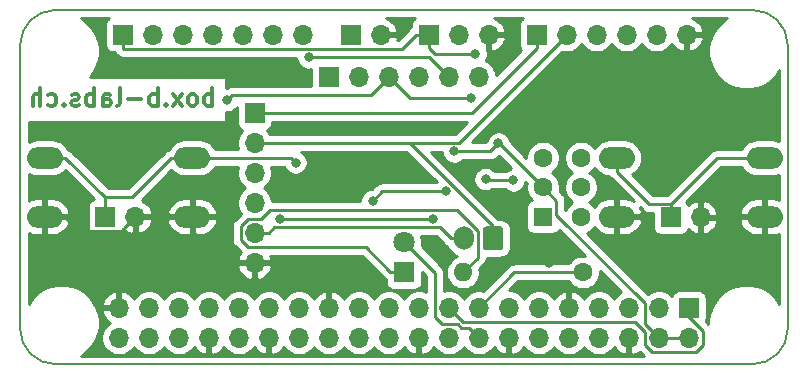
<source format=gbr>
%TF.GenerationSoftware,KiCad,Pcbnew,(5.1.5-0-10_14)*%
%TF.CreationDate,2020-02-24T01:19:29+01:00*%
%TF.ProjectId,raspberrypi_zerow_uhat,72617370-6265-4727-9279-70695f7a6572,1.0*%
%TF.SameCoordinates,Original*%
%TF.FileFunction,Copper,L2,Bot*%
%TF.FilePolarity,Positive*%
%FSLAX46Y46*%
G04 Gerber Fmt 4.6, Leading zero omitted, Abs format (unit mm)*
G04 Created by KiCad (PCBNEW (5.1.5-0-10_14)) date 2020-02-24 01:19:29*
%MOMM*%
%LPD*%
G04 APERTURE LIST*
%ADD10C,0.300000*%
%ADD11C,0.150000*%
%ADD12O,1.700000X1.700000*%
%ADD13R,1.700000X1.700000*%
%ADD14O,1.700000X2.000000*%
%ADD15C,1.600000*%
%ADD16R,1.600000X1.600000*%
%ADD17O,1.600000X1.600000*%
%ADD18C,1.800000*%
%ADD19R,1.800000X1.800000*%
%ADD20O,3.048000X1.850000*%
%ADD21C,0.800000*%
%ADD22C,0.250000*%
%ADD23C,0.254000*%
G04 APERTURE END LIST*
D10*
X111367142Y-101596571D02*
X111367142Y-100096571D01*
X111367142Y-100668000D02*
X111224285Y-100596571D01*
X110938571Y-100596571D01*
X110795714Y-100668000D01*
X110724285Y-100739428D01*
X110652857Y-100882285D01*
X110652857Y-101310857D01*
X110724285Y-101453714D01*
X110795714Y-101525142D01*
X110938571Y-101596571D01*
X111224285Y-101596571D01*
X111367142Y-101525142D01*
X109795714Y-101596571D02*
X109938571Y-101525142D01*
X110010000Y-101453714D01*
X110081428Y-101310857D01*
X110081428Y-100882285D01*
X110010000Y-100739428D01*
X109938571Y-100668000D01*
X109795714Y-100596571D01*
X109581428Y-100596571D01*
X109438571Y-100668000D01*
X109367142Y-100739428D01*
X109295714Y-100882285D01*
X109295714Y-101310857D01*
X109367142Y-101453714D01*
X109438571Y-101525142D01*
X109581428Y-101596571D01*
X109795714Y-101596571D01*
X108795714Y-101596571D02*
X108010000Y-100596571D01*
X108795714Y-100596571D02*
X108010000Y-101596571D01*
X107438571Y-101453714D02*
X107367142Y-101525142D01*
X107438571Y-101596571D01*
X107510000Y-101525142D01*
X107438571Y-101453714D01*
X107438571Y-101596571D01*
X106724285Y-101596571D02*
X106724285Y-100096571D01*
X106724285Y-100668000D02*
X106581428Y-100596571D01*
X106295714Y-100596571D01*
X106152857Y-100668000D01*
X106081428Y-100739428D01*
X106010000Y-100882285D01*
X106010000Y-101310857D01*
X106081428Y-101453714D01*
X106152857Y-101525142D01*
X106295714Y-101596571D01*
X106581428Y-101596571D01*
X106724285Y-101525142D01*
X105367142Y-101025142D02*
X104224285Y-101025142D01*
X103295714Y-101596571D02*
X103438571Y-101525142D01*
X103510000Y-101382285D01*
X103510000Y-100096571D01*
X102081428Y-101596571D02*
X102081428Y-100810857D01*
X102152857Y-100668000D01*
X102295714Y-100596571D01*
X102581428Y-100596571D01*
X102724285Y-100668000D01*
X102081428Y-101525142D02*
X102224285Y-101596571D01*
X102581428Y-101596571D01*
X102724285Y-101525142D01*
X102795714Y-101382285D01*
X102795714Y-101239428D01*
X102724285Y-101096571D01*
X102581428Y-101025142D01*
X102224285Y-101025142D01*
X102081428Y-100953714D01*
X101367142Y-101596571D02*
X101367142Y-100096571D01*
X101367142Y-100668000D02*
X101224285Y-100596571D01*
X100938571Y-100596571D01*
X100795714Y-100668000D01*
X100724285Y-100739428D01*
X100652857Y-100882285D01*
X100652857Y-101310857D01*
X100724285Y-101453714D01*
X100795714Y-101525142D01*
X100938571Y-101596571D01*
X101224285Y-101596571D01*
X101367142Y-101525142D01*
X100081428Y-101525142D02*
X99938571Y-101596571D01*
X99652857Y-101596571D01*
X99510000Y-101525142D01*
X99438571Y-101382285D01*
X99438571Y-101310857D01*
X99510000Y-101168000D01*
X99652857Y-101096571D01*
X99867142Y-101096571D01*
X100010000Y-101025142D01*
X100081428Y-100882285D01*
X100081428Y-100810857D01*
X100010000Y-100668000D01*
X99867142Y-100596571D01*
X99652857Y-100596571D01*
X99510000Y-100668000D01*
X98795714Y-101453714D02*
X98724285Y-101525142D01*
X98795714Y-101596571D01*
X98867142Y-101525142D01*
X98795714Y-101453714D01*
X98795714Y-101596571D01*
X97438571Y-101525142D02*
X97581428Y-101596571D01*
X97867142Y-101596571D01*
X98010000Y-101525142D01*
X98081428Y-101453714D01*
X98152857Y-101310857D01*
X98152857Y-100882285D01*
X98081428Y-100739428D01*
X98010000Y-100668000D01*
X97867142Y-100596571D01*
X97581428Y-100596571D01*
X97438571Y-100668000D01*
X96795714Y-101596571D02*
X96795714Y-100096571D01*
X96152857Y-101596571D02*
X96152857Y-100810857D01*
X96224285Y-100668000D01*
X96367142Y-100596571D01*
X96581428Y-100596571D01*
X96724285Y-100668000D01*
X96795714Y-100739428D01*
D11*
X160092000Y-96468000D02*
X160092000Y-120468000D01*
X157092000Y-123468000D02*
X98092000Y-123468000D01*
X156592000Y-93468000D02*
X157092000Y-93468000D01*
X98592000Y-93468000D02*
X98092000Y-93468000D01*
X95092000Y-120468000D02*
X95092000Y-96468000D01*
X160092000Y-120468000D02*
G75*
G02X157092000Y-123468000I-3000000J0D01*
G01*
X157092000Y-93468000D02*
G75*
G02X160092000Y-96468000I0J-3000000D01*
G01*
X95092000Y-96468000D02*
G75*
G02X98092000Y-93468000I3000000J0D01*
G01*
X98092000Y-123468000D02*
G75*
G02X95092000Y-120468000I0J3000000D01*
G01*
X156592000Y-93468000D02*
X98592000Y-93468000D01*
D12*
X133935200Y-99140000D03*
X131395200Y-99140000D03*
X128855200Y-99140000D03*
X126315200Y-99140000D03*
X123775200Y-99140000D03*
D13*
X121235200Y-99140000D03*
D14*
X132654400Y-112805200D03*
%TA.AperFunction,ComponentPad*%
D11*
G36*
X135778904Y-111806404D02*
G01*
X135803173Y-111810004D01*
X135826971Y-111815965D01*
X135850071Y-111824230D01*
X135872249Y-111834720D01*
X135893293Y-111847333D01*
X135912998Y-111861947D01*
X135931177Y-111878423D01*
X135947653Y-111896602D01*
X135962267Y-111916307D01*
X135974880Y-111937351D01*
X135985370Y-111959529D01*
X135993635Y-111982629D01*
X135999596Y-112006427D01*
X136003196Y-112030696D01*
X136004400Y-112055200D01*
X136004400Y-113555200D01*
X136003196Y-113579704D01*
X135999596Y-113603973D01*
X135993635Y-113627771D01*
X135985370Y-113650871D01*
X135974880Y-113673049D01*
X135962267Y-113694093D01*
X135947653Y-113713798D01*
X135931177Y-113731977D01*
X135912998Y-113748453D01*
X135893293Y-113763067D01*
X135872249Y-113775680D01*
X135850071Y-113786170D01*
X135826971Y-113794435D01*
X135803173Y-113800396D01*
X135778904Y-113803996D01*
X135754400Y-113805200D01*
X134554400Y-113805200D01*
X134529896Y-113803996D01*
X134505627Y-113800396D01*
X134481829Y-113794435D01*
X134458729Y-113786170D01*
X134436551Y-113775680D01*
X134415507Y-113763067D01*
X134395802Y-113748453D01*
X134377623Y-113731977D01*
X134361147Y-113713798D01*
X134346533Y-113694093D01*
X134333920Y-113673049D01*
X134323430Y-113650871D01*
X134315165Y-113627771D01*
X134309204Y-113603973D01*
X134305604Y-113579704D01*
X134304400Y-113555200D01*
X134304400Y-112055200D01*
X134305604Y-112030696D01*
X134309204Y-112006427D01*
X134315165Y-111982629D01*
X134323430Y-111959529D01*
X134333920Y-111937351D01*
X134346533Y-111916307D01*
X134361147Y-111896602D01*
X134377623Y-111878423D01*
X134395802Y-111861947D01*
X134415507Y-111847333D01*
X134436551Y-111834720D01*
X134458729Y-111824230D01*
X134481829Y-111815965D01*
X134505627Y-111810004D01*
X134529896Y-111806404D01*
X134554400Y-111805200D01*
X135754400Y-111805200D01*
X135778904Y-111806404D01*
G37*
%TD.AperFunction*%
D15*
X142571200Y-105987200D03*
X142571200Y-108487200D03*
X142571200Y-110987200D03*
X139371200Y-105987200D03*
X139371200Y-108487200D03*
D16*
X139371200Y-110987200D03*
D17*
X132563600Y-115700800D03*
D15*
X142723600Y-115700800D03*
D12*
X151512000Y-95584000D03*
X148972000Y-95584000D03*
X146432000Y-95584000D03*
X143892000Y-95584000D03*
X141352000Y-95584000D03*
D13*
X138812000Y-95584000D03*
D12*
X119000000Y-95584000D03*
X116460000Y-95584000D03*
X113920000Y-95584000D03*
X111380000Y-95584000D03*
X108840000Y-95584000D03*
X106300000Y-95584000D03*
D13*
X103760000Y-95584000D03*
D12*
X114936000Y-114888000D03*
X114936000Y-112348000D03*
X114936000Y-109808000D03*
X114936000Y-107268000D03*
X114936000Y-104728000D03*
D13*
X114936000Y-102188000D03*
D12*
X134748000Y-95584000D03*
X132208000Y-95584000D03*
D13*
X129668000Y-95584000D03*
D12*
X125604000Y-95584000D03*
D13*
X123064000Y-95584000D03*
X151722000Y-118698000D03*
D12*
X151722000Y-121238000D03*
X149182000Y-118698000D03*
X149182000Y-121238000D03*
X146642000Y-118698000D03*
X146642000Y-121238000D03*
X144102000Y-118698000D03*
X144102000Y-121238000D03*
X141562000Y-118698000D03*
X141562000Y-121238000D03*
X139022000Y-118698000D03*
X139022000Y-121238000D03*
X136482000Y-118698000D03*
X136482000Y-121238000D03*
X133942000Y-118698000D03*
X133942000Y-121238000D03*
X131402000Y-118698000D03*
X131402000Y-121238000D03*
X128862000Y-118698000D03*
X128862000Y-121238000D03*
X126322000Y-118698000D03*
X126322000Y-121238000D03*
X123782000Y-118698000D03*
X123782000Y-121238000D03*
X121242000Y-118698000D03*
X121242000Y-121238000D03*
X118702000Y-118698000D03*
X118702000Y-121238000D03*
X116162000Y-118698000D03*
X116162000Y-121238000D03*
X113622000Y-118698000D03*
X113622000Y-121238000D03*
X111082000Y-118698000D03*
X111082000Y-121238000D03*
X108542000Y-118698000D03*
X108542000Y-121238000D03*
X106002000Y-118698000D03*
X106002000Y-121238000D03*
X103462000Y-118698000D03*
X103462000Y-121238000D03*
X104852200Y-110976400D03*
D13*
X102312200Y-110976400D03*
D12*
X152705800Y-111027200D03*
D13*
X150165800Y-111027200D03*
D18*
X127591200Y-113087800D03*
D19*
X127591200Y-115627800D03*
D20*
X145616000Y-110998000D03*
X145616000Y-105998000D03*
X158116000Y-110998000D03*
X158116000Y-105998000D03*
X97156000Y-110998000D03*
X97156000Y-105998000D03*
X109656000Y-110998000D03*
X109656000Y-105998000D03*
D21*
X135586200Y-104778800D03*
X133630400Y-97209600D03*
X124932448Y-109641352D03*
X131166647Y-108842753D03*
X131845201Y-105453000D03*
X126112000Y-106252000D03*
X125350000Y-103458000D03*
X104014000Y-103712000D03*
X117476000Y-99394000D03*
X139828000Y-114888000D03*
X140590000Y-99902000D03*
X137288000Y-112856000D03*
X134240000Y-104220000D03*
X112624600Y-101095800D03*
X133295201Y-100918000D03*
X119508000Y-97484001D03*
X130049000Y-111137799D03*
X117120400Y-111137799D03*
X118415800Y-106404400D03*
X136856200Y-107903000D03*
X134494000Y-107801400D03*
D22*
X132577001Y-119873001D02*
X132251999Y-119547999D01*
X148006999Y-121802001D02*
X148006999Y-120699409D01*
X148617999Y-122413001D02*
X148006999Y-121802001D01*
X152286001Y-122413001D02*
X148617999Y-122413001D01*
X147180591Y-119873001D02*
X132577001Y-119873001D01*
X148006999Y-120699409D02*
X147180591Y-119873001D01*
X152897001Y-120673999D02*
X152897001Y-121802001D01*
X132251999Y-119547999D02*
X131402000Y-118698000D01*
X152897001Y-121802001D02*
X152286001Y-122413001D01*
X150921002Y-118698000D02*
X152897001Y-120673999D01*
X151722000Y-118698000D02*
X150921002Y-118698000D01*
X103760000Y-96684000D02*
X103760000Y-95584000D01*
X103835001Y-96759001D02*
X103760000Y-96684000D01*
X127392999Y-96759001D02*
X103835001Y-96759001D01*
X128568000Y-95584000D02*
X127392999Y-96759001D01*
X129668000Y-95584000D02*
X128568000Y-95584000D01*
X148332001Y-120388001D02*
X149182000Y-121238000D01*
X148006999Y-118317199D02*
X148006999Y-120062999D01*
X140496201Y-110806401D02*
X148006999Y-118317199D01*
X148006999Y-120062999D02*
X148332001Y-120388001D01*
X140496201Y-109612201D02*
X140496201Y-110806401D01*
X139371200Y-108487200D02*
X140496201Y-109612201D01*
X149182000Y-121238000D02*
X151722000Y-121238000D01*
X135662800Y-104778800D02*
X135586200Y-104778800D01*
X139371200Y-108487200D02*
X135662800Y-104778800D01*
X130193600Y-97209600D02*
X129668000Y-96684000D01*
X129668000Y-96684000D02*
X129668000Y-95584000D01*
X133630400Y-97209600D02*
X130193600Y-97209600D01*
X125731047Y-108842753D02*
X131166647Y-108842753D01*
X124932448Y-109641352D02*
X125731047Y-108842753D01*
X134912000Y-105453000D02*
X135586200Y-104778800D01*
X131845201Y-105453000D02*
X134912000Y-105453000D01*
X103677199Y-112151401D02*
X104002201Y-111826399D01*
X100083401Y-112151401D02*
X103677199Y-112151401D01*
X98930000Y-110998000D02*
X100083401Y-112151401D01*
X104002201Y-111826399D02*
X104852200Y-110976400D01*
X97156000Y-110998000D02*
X98930000Y-110998000D01*
X113733919Y-114888000D02*
X114936000Y-114888000D01*
X112371000Y-114888000D02*
X113733919Y-114888000D01*
X109656000Y-112173000D02*
X112371000Y-114888000D01*
X109656000Y-110998000D02*
X109656000Y-112173000D01*
X113024599Y-100695801D02*
X124759399Y-100695801D01*
X125465201Y-99989999D02*
X126315200Y-99140000D01*
X124759399Y-100695801D02*
X125465201Y-99989999D01*
X112624600Y-101095800D02*
X113024599Y-100695801D01*
X128093200Y-100918000D02*
X126315200Y-99140000D01*
X133295201Y-100918000D02*
X128093200Y-100918000D01*
X129739201Y-97484001D02*
X119508000Y-97484001D01*
X131395200Y-99140000D02*
X129739201Y-97484001D01*
X130049000Y-111137799D02*
X117120400Y-111137799D01*
X133092001Y-120388001D02*
X133942000Y-121238000D01*
X132130589Y-120062999D02*
X132455591Y-120388001D01*
X132455591Y-120388001D02*
X133092001Y-120388001D01*
X130226999Y-119451999D02*
X130837999Y-120062999D01*
X130226999Y-115723599D02*
X130226999Y-119451999D01*
X130837999Y-120062999D02*
X132130589Y-120062999D01*
X127591200Y-113087800D02*
X130226999Y-115723599D01*
X136939200Y-115700800D02*
X142723600Y-115700800D01*
X133942000Y-118698000D02*
X136939200Y-115700800D01*
X154095000Y-105998000D02*
X156342000Y-105998000D01*
X150165800Y-109927200D02*
X154095000Y-105998000D01*
X156342000Y-105998000D02*
X158116000Y-105998000D01*
X150165800Y-111027200D02*
X150165800Y-109927200D01*
X145616000Y-107173000D02*
X145616000Y-105998000D01*
X148370200Y-109927200D02*
X145616000Y-107173000D01*
X150165800Y-109927200D02*
X148370200Y-109927200D01*
X102312200Y-109876400D02*
X102312200Y-110976400D01*
X102312200Y-109380200D02*
X102312200Y-109876400D01*
X97156000Y-105998000D02*
X98930000Y-105998000D01*
X107882000Y-105998000D02*
X104554600Y-109325400D01*
X109656000Y-105998000D02*
X107882000Y-105998000D01*
X102261400Y-109325400D02*
X102312200Y-109380200D01*
X104554600Y-109325400D02*
X102261400Y-109325400D01*
X98930000Y-105998000D02*
X102261400Y-109325400D01*
X118009400Y-105998000D02*
X109656000Y-105998000D01*
X118415800Y-106404400D02*
X118009400Y-105998000D01*
X126441200Y-115627800D02*
X127591200Y-115627800D01*
X124336401Y-113523001D02*
X126441200Y-115627800D01*
X113760999Y-111783999D02*
X113760999Y-112912001D01*
X114371999Y-111172999D02*
X113760999Y-111783999D01*
X115500001Y-111172999D02*
X114371999Y-111172999D01*
X113760999Y-112912001D02*
X114371999Y-113523001D01*
X116260202Y-110412798D02*
X115500001Y-111172999D01*
X132073713Y-110412798D02*
X116260202Y-110412798D01*
X114371999Y-113523001D02*
X124336401Y-113523001D01*
X133829410Y-112168495D02*
X132073713Y-110412798D01*
X133829410Y-114434990D02*
X133829410Y-112168495D01*
X132563600Y-115700800D02*
X133829410Y-114434990D01*
X130611999Y-111862799D02*
X131554400Y-112805200D01*
X131554400Y-112805200D02*
X132654400Y-112805200D01*
X116623282Y-111862799D02*
X130611999Y-111862799D01*
X116138081Y-112348000D02*
X116623282Y-111862799D01*
X114936000Y-112348000D02*
X116138081Y-112348000D01*
X132654400Y-112805200D02*
X132991210Y-112805200D01*
X135154400Y-111805200D02*
X135154400Y-112805200D01*
X128077200Y-104728000D02*
X135154400Y-111805200D01*
X114936000Y-104728000D02*
X128077200Y-104728000D01*
X132208000Y-104728000D02*
X141352000Y-95584000D01*
X128077200Y-104728000D02*
X132208000Y-104728000D01*
X138812000Y-96684000D02*
X138812000Y-95584000D01*
X133308000Y-102188000D02*
X138812000Y-96684000D01*
X114936000Y-102188000D02*
X133308000Y-102188000D01*
X134595600Y-107903000D02*
X134494000Y-107801400D01*
X136856200Y-107903000D02*
X134595600Y-107903000D01*
D23*
G36*
X113508068Y-106834842D02*
G01*
X113451000Y-107121740D01*
X113451000Y-107414260D01*
X113508068Y-107701158D01*
X113620010Y-107971411D01*
X113782525Y-108214632D01*
X113989368Y-108421475D01*
X114163760Y-108538000D01*
X113989368Y-108654525D01*
X113782525Y-108861368D01*
X113620010Y-109104589D01*
X113508068Y-109374842D01*
X113451000Y-109661740D01*
X113451000Y-109954260D01*
X113508068Y-110241158D01*
X113620010Y-110511411D01*
X113755704Y-110714491D01*
X113250001Y-111220196D01*
X113220998Y-111243998D01*
X113165870Y-111311173D01*
X113126025Y-111359723D01*
X113083905Y-111438523D01*
X113055453Y-111491753D01*
X113011996Y-111635014D01*
X113000999Y-111746667D01*
X113000999Y-111746677D01*
X112997323Y-111783999D01*
X113000999Y-111821322D01*
X113001000Y-112874669D01*
X112997323Y-112912001D01*
X113001000Y-112949334D01*
X113011997Y-113060987D01*
X113025179Y-113104443D01*
X113055453Y-113204247D01*
X113126025Y-113336277D01*
X113161946Y-113380046D01*
X113220999Y-113452002D01*
X113249996Y-113475799D01*
X113763013Y-113988817D01*
X113664359Y-114121080D01*
X113539175Y-114383901D01*
X113494524Y-114531110D01*
X113615845Y-114761000D01*
X114809000Y-114761000D01*
X114809000Y-114741000D01*
X115063000Y-114741000D01*
X115063000Y-114761000D01*
X116256155Y-114761000D01*
X116377476Y-114531110D01*
X116332825Y-114383901D01*
X116284765Y-114283001D01*
X124021600Y-114283001D01*
X125877401Y-116138803D01*
X125901199Y-116167801D01*
X126016924Y-116262774D01*
X126053128Y-116282126D01*
X126053128Y-116527800D01*
X126065388Y-116652282D01*
X126101698Y-116771980D01*
X126160663Y-116882294D01*
X126240015Y-116978985D01*
X126336706Y-117058337D01*
X126447020Y-117117302D01*
X126566718Y-117153612D01*
X126691200Y-117165872D01*
X128491200Y-117165872D01*
X128615682Y-117153612D01*
X128735380Y-117117302D01*
X128845694Y-117058337D01*
X128942385Y-116978985D01*
X129021737Y-116882294D01*
X129080702Y-116771980D01*
X129117012Y-116652282D01*
X129129272Y-116527800D01*
X129129272Y-115700674D01*
X129466999Y-116038401D01*
X129466999Y-117341247D01*
X129295158Y-117270068D01*
X129008260Y-117213000D01*
X128715740Y-117213000D01*
X128428842Y-117270068D01*
X128158589Y-117382010D01*
X127915368Y-117544525D01*
X127708525Y-117751368D01*
X127592000Y-117925760D01*
X127475475Y-117751368D01*
X127268632Y-117544525D01*
X127025411Y-117382010D01*
X126755158Y-117270068D01*
X126468260Y-117213000D01*
X126175740Y-117213000D01*
X125888842Y-117270068D01*
X125618589Y-117382010D01*
X125375368Y-117544525D01*
X125168525Y-117751368D01*
X125052000Y-117925760D01*
X124935475Y-117751368D01*
X124728632Y-117544525D01*
X124485411Y-117382010D01*
X124215158Y-117270068D01*
X123928260Y-117213000D01*
X123635740Y-117213000D01*
X123348842Y-117270068D01*
X123078589Y-117382010D01*
X122835368Y-117544525D01*
X122628525Y-117751368D01*
X122506805Y-117933534D01*
X122437178Y-117816645D01*
X122242269Y-117600412D01*
X122008920Y-117426359D01*
X121746099Y-117301175D01*
X121598890Y-117256524D01*
X121369000Y-117377845D01*
X121369000Y-118571000D01*
X121389000Y-118571000D01*
X121389000Y-118825000D01*
X121369000Y-118825000D01*
X121369000Y-118845000D01*
X121115000Y-118845000D01*
X121115000Y-118825000D01*
X121095000Y-118825000D01*
X121095000Y-118571000D01*
X121115000Y-118571000D01*
X121115000Y-117377845D01*
X120885110Y-117256524D01*
X120737901Y-117301175D01*
X120475080Y-117426359D01*
X120241731Y-117600412D01*
X120046822Y-117816645D01*
X119977195Y-117933534D01*
X119855475Y-117751368D01*
X119648632Y-117544525D01*
X119405411Y-117382010D01*
X119135158Y-117270068D01*
X118848260Y-117213000D01*
X118555740Y-117213000D01*
X118268842Y-117270068D01*
X117998589Y-117382010D01*
X117755368Y-117544525D01*
X117548525Y-117751368D01*
X117432000Y-117925760D01*
X117315475Y-117751368D01*
X117108632Y-117544525D01*
X116865411Y-117382010D01*
X116595158Y-117270068D01*
X116308260Y-117213000D01*
X116015740Y-117213000D01*
X115728842Y-117270068D01*
X115458589Y-117382010D01*
X115215368Y-117544525D01*
X115008525Y-117751368D01*
X114892000Y-117925760D01*
X114775475Y-117751368D01*
X114568632Y-117544525D01*
X114325411Y-117382010D01*
X114055158Y-117270068D01*
X113768260Y-117213000D01*
X113475740Y-117213000D01*
X113188842Y-117270068D01*
X112918589Y-117382010D01*
X112675368Y-117544525D01*
X112468525Y-117751368D01*
X112352000Y-117925760D01*
X112235475Y-117751368D01*
X112028632Y-117544525D01*
X111785411Y-117382010D01*
X111515158Y-117270068D01*
X111228260Y-117213000D01*
X110935740Y-117213000D01*
X110648842Y-117270068D01*
X110378589Y-117382010D01*
X110135368Y-117544525D01*
X109928525Y-117751368D01*
X109812000Y-117925760D01*
X109695475Y-117751368D01*
X109488632Y-117544525D01*
X109245411Y-117382010D01*
X108975158Y-117270068D01*
X108688260Y-117213000D01*
X108395740Y-117213000D01*
X108108842Y-117270068D01*
X107838589Y-117382010D01*
X107595368Y-117544525D01*
X107388525Y-117751368D01*
X107272000Y-117925760D01*
X107155475Y-117751368D01*
X106948632Y-117544525D01*
X106705411Y-117382010D01*
X106435158Y-117270068D01*
X106148260Y-117213000D01*
X105855740Y-117213000D01*
X105568842Y-117270068D01*
X105298589Y-117382010D01*
X105055368Y-117544525D01*
X104848525Y-117751368D01*
X104726805Y-117933534D01*
X104657178Y-117816645D01*
X104462269Y-117600412D01*
X104228920Y-117426359D01*
X103966099Y-117301175D01*
X103818890Y-117256524D01*
X103589000Y-117377845D01*
X103589000Y-118571000D01*
X103609000Y-118571000D01*
X103609000Y-118825000D01*
X103589000Y-118825000D01*
X103589000Y-118845000D01*
X103335000Y-118845000D01*
X103335000Y-118825000D01*
X102141186Y-118825000D01*
X102020519Y-119054891D01*
X102117843Y-119329252D01*
X102266822Y-119579355D01*
X102461731Y-119795588D01*
X102691406Y-119966900D01*
X102515368Y-120084525D01*
X102308525Y-120291368D01*
X102146010Y-120534589D01*
X102034068Y-120804842D01*
X101977000Y-121091740D01*
X101977000Y-121384260D01*
X102034068Y-121671158D01*
X102146010Y-121941411D01*
X102308525Y-122184632D01*
X102515368Y-122391475D01*
X102758589Y-122553990D01*
X103028842Y-122665932D01*
X103315740Y-122723000D01*
X103608260Y-122723000D01*
X103895158Y-122665932D01*
X104165411Y-122553990D01*
X104408632Y-122391475D01*
X104615475Y-122184632D01*
X104732000Y-122010240D01*
X104848525Y-122184632D01*
X105055368Y-122391475D01*
X105298589Y-122553990D01*
X105568842Y-122665932D01*
X105855740Y-122723000D01*
X106148260Y-122723000D01*
X106435158Y-122665932D01*
X106705411Y-122553990D01*
X106948632Y-122391475D01*
X107155475Y-122184632D01*
X107272000Y-122010240D01*
X107388525Y-122184632D01*
X107595368Y-122391475D01*
X107838589Y-122553990D01*
X108108842Y-122665932D01*
X108395740Y-122723000D01*
X108688260Y-122723000D01*
X108975158Y-122665932D01*
X109245411Y-122553990D01*
X109488632Y-122391475D01*
X109695475Y-122184632D01*
X109817195Y-122002466D01*
X109886822Y-122119355D01*
X110081731Y-122335588D01*
X110315080Y-122509641D01*
X110577901Y-122634825D01*
X110725110Y-122679476D01*
X110955000Y-122558155D01*
X110955000Y-121365000D01*
X110935000Y-121365000D01*
X110935000Y-121111000D01*
X110955000Y-121111000D01*
X110955000Y-121091000D01*
X111209000Y-121091000D01*
X111209000Y-121111000D01*
X111229000Y-121111000D01*
X111229000Y-121365000D01*
X111209000Y-121365000D01*
X111209000Y-122558155D01*
X111438890Y-122679476D01*
X111586099Y-122634825D01*
X111848920Y-122509641D01*
X112082269Y-122335588D01*
X112277178Y-122119355D01*
X112346805Y-122002466D01*
X112468525Y-122184632D01*
X112675368Y-122391475D01*
X112918589Y-122553990D01*
X113188842Y-122665932D01*
X113475740Y-122723000D01*
X113768260Y-122723000D01*
X114055158Y-122665932D01*
X114325411Y-122553990D01*
X114568632Y-122391475D01*
X114775475Y-122184632D01*
X114897195Y-122002466D01*
X114966822Y-122119355D01*
X115161731Y-122335588D01*
X115395080Y-122509641D01*
X115657901Y-122634825D01*
X115805110Y-122679476D01*
X116035000Y-122558155D01*
X116035000Y-121365000D01*
X116015000Y-121365000D01*
X116015000Y-121111000D01*
X116035000Y-121111000D01*
X116035000Y-121091000D01*
X116289000Y-121091000D01*
X116289000Y-121111000D01*
X116309000Y-121111000D01*
X116309000Y-121365000D01*
X116289000Y-121365000D01*
X116289000Y-122558155D01*
X116518890Y-122679476D01*
X116666099Y-122634825D01*
X116928920Y-122509641D01*
X117162269Y-122335588D01*
X117357178Y-122119355D01*
X117426805Y-122002466D01*
X117548525Y-122184632D01*
X117755368Y-122391475D01*
X117998589Y-122553990D01*
X118268842Y-122665932D01*
X118555740Y-122723000D01*
X118848260Y-122723000D01*
X119135158Y-122665932D01*
X119405411Y-122553990D01*
X119648632Y-122391475D01*
X119855475Y-122184632D01*
X119972000Y-122010240D01*
X120088525Y-122184632D01*
X120295368Y-122391475D01*
X120538589Y-122553990D01*
X120808842Y-122665932D01*
X121095740Y-122723000D01*
X121388260Y-122723000D01*
X121675158Y-122665932D01*
X121945411Y-122553990D01*
X122188632Y-122391475D01*
X122395475Y-122184632D01*
X122512000Y-122010240D01*
X122628525Y-122184632D01*
X122835368Y-122391475D01*
X123078589Y-122553990D01*
X123348842Y-122665932D01*
X123635740Y-122723000D01*
X123928260Y-122723000D01*
X124215158Y-122665932D01*
X124485411Y-122553990D01*
X124728632Y-122391475D01*
X124935475Y-122184632D01*
X125052000Y-122010240D01*
X125168525Y-122184632D01*
X125375368Y-122391475D01*
X125618589Y-122553990D01*
X125888842Y-122665932D01*
X126175740Y-122723000D01*
X126468260Y-122723000D01*
X126755158Y-122665932D01*
X127025411Y-122553990D01*
X127268632Y-122391475D01*
X127475475Y-122184632D01*
X127597195Y-122002466D01*
X127666822Y-122119355D01*
X127861731Y-122335588D01*
X128095080Y-122509641D01*
X128357901Y-122634825D01*
X128505110Y-122679476D01*
X128735000Y-122558155D01*
X128735000Y-121365000D01*
X128715000Y-121365000D01*
X128715000Y-121111000D01*
X128735000Y-121111000D01*
X128735000Y-121091000D01*
X128989000Y-121091000D01*
X128989000Y-121111000D01*
X129009000Y-121111000D01*
X129009000Y-121365000D01*
X128989000Y-121365000D01*
X128989000Y-122558155D01*
X129218890Y-122679476D01*
X129366099Y-122634825D01*
X129628920Y-122509641D01*
X129862269Y-122335588D01*
X130057178Y-122119355D01*
X130126805Y-122002466D01*
X130248525Y-122184632D01*
X130455368Y-122391475D01*
X130698589Y-122553990D01*
X130968842Y-122665932D01*
X131255740Y-122723000D01*
X131548260Y-122723000D01*
X131835158Y-122665932D01*
X132105411Y-122553990D01*
X132348632Y-122391475D01*
X132555475Y-122184632D01*
X132672000Y-122010240D01*
X132788525Y-122184632D01*
X132995368Y-122391475D01*
X133238589Y-122553990D01*
X133508842Y-122665932D01*
X133795740Y-122723000D01*
X134088260Y-122723000D01*
X134375158Y-122665932D01*
X134645411Y-122553990D01*
X134888632Y-122391475D01*
X135095475Y-122184632D01*
X135217195Y-122002466D01*
X135286822Y-122119355D01*
X135481731Y-122335588D01*
X135715080Y-122509641D01*
X135977901Y-122634825D01*
X136125110Y-122679476D01*
X136355000Y-122558155D01*
X136355000Y-121365000D01*
X136335000Y-121365000D01*
X136335000Y-121111000D01*
X136355000Y-121111000D01*
X136355000Y-121091000D01*
X136609000Y-121091000D01*
X136609000Y-121111000D01*
X136629000Y-121111000D01*
X136629000Y-121365000D01*
X136609000Y-121365000D01*
X136609000Y-122558155D01*
X136838890Y-122679476D01*
X136986099Y-122634825D01*
X137248920Y-122509641D01*
X137482269Y-122335588D01*
X137677178Y-122119355D01*
X137746805Y-122002466D01*
X137868525Y-122184632D01*
X138075368Y-122391475D01*
X138318589Y-122553990D01*
X138588842Y-122665932D01*
X138875740Y-122723000D01*
X139168260Y-122723000D01*
X139455158Y-122665932D01*
X139725411Y-122553990D01*
X139968632Y-122391475D01*
X140175475Y-122184632D01*
X140292000Y-122010240D01*
X140408525Y-122184632D01*
X140615368Y-122391475D01*
X140858589Y-122553990D01*
X141128842Y-122665932D01*
X141415740Y-122723000D01*
X141708260Y-122723000D01*
X141995158Y-122665932D01*
X142265411Y-122553990D01*
X142508632Y-122391475D01*
X142715475Y-122184632D01*
X142832000Y-122010240D01*
X142948525Y-122184632D01*
X143155368Y-122391475D01*
X143398589Y-122553990D01*
X143668842Y-122665932D01*
X143955740Y-122723000D01*
X144248260Y-122723000D01*
X144535158Y-122665932D01*
X144805411Y-122553990D01*
X145048632Y-122391475D01*
X145255475Y-122184632D01*
X145377195Y-122002466D01*
X145446822Y-122119355D01*
X145641731Y-122335588D01*
X145875080Y-122509641D01*
X146137901Y-122634825D01*
X146285110Y-122679476D01*
X146515000Y-122558155D01*
X146515000Y-121365000D01*
X146495000Y-121365000D01*
X146495000Y-121111000D01*
X146515000Y-121111000D01*
X146515000Y-121091000D01*
X146769000Y-121091000D01*
X146769000Y-121111000D01*
X146789000Y-121111000D01*
X146789000Y-121365000D01*
X146769000Y-121365000D01*
X146769000Y-122558155D01*
X146998890Y-122679476D01*
X147146099Y-122634825D01*
X147408920Y-122509641D01*
X147541184Y-122410987D01*
X147888196Y-122758000D01*
X100224917Y-122758000D01*
X100649093Y-122474575D01*
X101098575Y-122025093D01*
X101451730Y-121496558D01*
X101694988Y-120909281D01*
X101819000Y-120285832D01*
X101819000Y-119650168D01*
X101694988Y-119026719D01*
X101451730Y-118439442D01*
X101386027Y-118341109D01*
X102020519Y-118341109D01*
X102141186Y-118571000D01*
X103335000Y-118571000D01*
X103335000Y-117377845D01*
X103105110Y-117256524D01*
X102957901Y-117301175D01*
X102695080Y-117426359D01*
X102461731Y-117600412D01*
X102266822Y-117816645D01*
X102117843Y-118066748D01*
X102020519Y-118341109D01*
X101386027Y-118341109D01*
X101098575Y-117910907D01*
X100649093Y-117461425D01*
X100120558Y-117108270D01*
X99533281Y-116865012D01*
X98909832Y-116741000D01*
X98274168Y-116741000D01*
X97650719Y-116865012D01*
X97063442Y-117108270D01*
X96534907Y-117461425D01*
X96085425Y-117910907D01*
X95802000Y-118335083D01*
X95802000Y-115244890D01*
X113494524Y-115244890D01*
X113539175Y-115392099D01*
X113664359Y-115654920D01*
X113838412Y-115888269D01*
X114054645Y-116083178D01*
X114304748Y-116232157D01*
X114579109Y-116329481D01*
X114809000Y-116208814D01*
X114809000Y-115015000D01*
X115063000Y-115015000D01*
X115063000Y-116208814D01*
X115292891Y-116329481D01*
X115567252Y-116232157D01*
X115817355Y-116083178D01*
X116033588Y-115888269D01*
X116207641Y-115654920D01*
X116332825Y-115392099D01*
X116377476Y-115244890D01*
X116256155Y-115015000D01*
X115063000Y-115015000D01*
X114809000Y-115015000D01*
X113615845Y-115015000D01*
X113494524Y-115244890D01*
X95802000Y-115244890D01*
X95802000Y-112364456D01*
X95842681Y-112390652D01*
X96128099Y-112503249D01*
X96430000Y-112558000D01*
X97029000Y-112558000D01*
X97029000Y-111125000D01*
X97283000Y-111125000D01*
X97283000Y-112558000D01*
X97882000Y-112558000D01*
X98183901Y-112503249D01*
X98469319Y-112390652D01*
X98727286Y-112224536D01*
X98947889Y-112011285D01*
X99122650Y-111759094D01*
X99244853Y-111477655D01*
X99270812Y-111366664D01*
X99150483Y-111125000D01*
X97283000Y-111125000D01*
X97029000Y-111125000D01*
X97009000Y-111125000D01*
X97009000Y-110871000D01*
X97029000Y-110871000D01*
X97029000Y-109438000D01*
X97283000Y-109438000D01*
X97283000Y-110871000D01*
X99150483Y-110871000D01*
X99270812Y-110629336D01*
X99244853Y-110518345D01*
X99122650Y-110236906D01*
X98947889Y-109984715D01*
X98727286Y-109771464D01*
X98469319Y-109605348D01*
X98183901Y-109492751D01*
X97882000Y-109438000D01*
X97283000Y-109438000D01*
X97029000Y-109438000D01*
X96430000Y-109438000D01*
X96128099Y-109492751D01*
X95842681Y-109605348D01*
X95802000Y-109631544D01*
X95802000Y-107363310D01*
X95957125Y-107446226D01*
X96251187Y-107535428D01*
X96480364Y-107558000D01*
X97831636Y-107558000D01*
X98060813Y-107535428D01*
X98354875Y-107446226D01*
X98625883Y-107301369D01*
X98863424Y-107106424D01*
X98908868Y-107051050D01*
X101359229Y-109498469D01*
X101337718Y-109500588D01*
X101218020Y-109536898D01*
X101107706Y-109595863D01*
X101011015Y-109675215D01*
X100931663Y-109771906D01*
X100872698Y-109882220D01*
X100836388Y-110001918D01*
X100824128Y-110126400D01*
X100824128Y-111826400D01*
X100836388Y-111950882D01*
X100872698Y-112070580D01*
X100931663Y-112180894D01*
X101011015Y-112277585D01*
X101107706Y-112356937D01*
X101218020Y-112415902D01*
X101337718Y-112452212D01*
X101462200Y-112464472D01*
X103162200Y-112464472D01*
X103286682Y-112452212D01*
X103406380Y-112415902D01*
X103516694Y-112356937D01*
X103613385Y-112277585D01*
X103692737Y-112180894D01*
X103751702Y-112070580D01*
X103776166Y-111989934D01*
X103851931Y-112073988D01*
X104085280Y-112248041D01*
X104348101Y-112373225D01*
X104495310Y-112417876D01*
X104725200Y-112296555D01*
X104725200Y-111103400D01*
X104979200Y-111103400D01*
X104979200Y-112296555D01*
X105209090Y-112417876D01*
X105356299Y-112373225D01*
X105619120Y-112248041D01*
X105852469Y-112073988D01*
X106047378Y-111857755D01*
X106196357Y-111607652D01*
X106281842Y-111366664D01*
X107541188Y-111366664D01*
X107567147Y-111477655D01*
X107689350Y-111759094D01*
X107864111Y-112011285D01*
X108084714Y-112224536D01*
X108342681Y-112390652D01*
X108628099Y-112503249D01*
X108930000Y-112558000D01*
X109529000Y-112558000D01*
X109529000Y-111125000D01*
X109783000Y-111125000D01*
X109783000Y-112558000D01*
X110382000Y-112558000D01*
X110683901Y-112503249D01*
X110969319Y-112390652D01*
X111227286Y-112224536D01*
X111447889Y-112011285D01*
X111622650Y-111759094D01*
X111744853Y-111477655D01*
X111770812Y-111366664D01*
X111650483Y-111125000D01*
X109783000Y-111125000D01*
X109529000Y-111125000D01*
X107661517Y-111125000D01*
X107541188Y-111366664D01*
X106281842Y-111366664D01*
X106293681Y-111333291D01*
X106173014Y-111103400D01*
X104979200Y-111103400D01*
X104725200Y-111103400D01*
X104705200Y-111103400D01*
X104705200Y-110849400D01*
X104725200Y-110849400D01*
X104725200Y-110829400D01*
X104979200Y-110829400D01*
X104979200Y-110849400D01*
X106173014Y-110849400D01*
X106288522Y-110629336D01*
X107541188Y-110629336D01*
X107661517Y-110871000D01*
X109529000Y-110871000D01*
X109529000Y-109438000D01*
X109783000Y-109438000D01*
X109783000Y-110871000D01*
X111650483Y-110871000D01*
X111770812Y-110629336D01*
X111744853Y-110518345D01*
X111622650Y-110236906D01*
X111447889Y-109984715D01*
X111227286Y-109771464D01*
X110969319Y-109605348D01*
X110683901Y-109492751D01*
X110382000Y-109438000D01*
X109783000Y-109438000D01*
X109529000Y-109438000D01*
X108930000Y-109438000D01*
X108628099Y-109492751D01*
X108342681Y-109605348D01*
X108084714Y-109771464D01*
X107864111Y-109984715D01*
X107689350Y-110236906D01*
X107567147Y-110518345D01*
X107541188Y-110629336D01*
X106288522Y-110629336D01*
X106293681Y-110619509D01*
X106196357Y-110345148D01*
X106047378Y-110095045D01*
X105852469Y-109878812D01*
X105619120Y-109704759D01*
X105369120Y-109585682D01*
X107903411Y-107051391D01*
X107948576Y-107106424D01*
X108186117Y-107301369D01*
X108457125Y-107446226D01*
X108751187Y-107535428D01*
X108980364Y-107558000D01*
X110331636Y-107558000D01*
X110560813Y-107535428D01*
X110854875Y-107446226D01*
X111125883Y-107301369D01*
X111363424Y-107106424D01*
X111558369Y-106868883D01*
X111617637Y-106758000D01*
X113539897Y-106758000D01*
X113508068Y-106834842D01*
G37*
X113508068Y-106834842D02*
X113451000Y-107121740D01*
X113451000Y-107414260D01*
X113508068Y-107701158D01*
X113620010Y-107971411D01*
X113782525Y-108214632D01*
X113989368Y-108421475D01*
X114163760Y-108538000D01*
X113989368Y-108654525D01*
X113782525Y-108861368D01*
X113620010Y-109104589D01*
X113508068Y-109374842D01*
X113451000Y-109661740D01*
X113451000Y-109954260D01*
X113508068Y-110241158D01*
X113620010Y-110511411D01*
X113755704Y-110714491D01*
X113250001Y-111220196D01*
X113220998Y-111243998D01*
X113165870Y-111311173D01*
X113126025Y-111359723D01*
X113083905Y-111438523D01*
X113055453Y-111491753D01*
X113011996Y-111635014D01*
X113000999Y-111746667D01*
X113000999Y-111746677D01*
X112997323Y-111783999D01*
X113000999Y-111821322D01*
X113001000Y-112874669D01*
X112997323Y-112912001D01*
X113001000Y-112949334D01*
X113011997Y-113060987D01*
X113025179Y-113104443D01*
X113055453Y-113204247D01*
X113126025Y-113336277D01*
X113161946Y-113380046D01*
X113220999Y-113452002D01*
X113249996Y-113475799D01*
X113763013Y-113988817D01*
X113664359Y-114121080D01*
X113539175Y-114383901D01*
X113494524Y-114531110D01*
X113615845Y-114761000D01*
X114809000Y-114761000D01*
X114809000Y-114741000D01*
X115063000Y-114741000D01*
X115063000Y-114761000D01*
X116256155Y-114761000D01*
X116377476Y-114531110D01*
X116332825Y-114383901D01*
X116284765Y-114283001D01*
X124021600Y-114283001D01*
X125877401Y-116138803D01*
X125901199Y-116167801D01*
X126016924Y-116262774D01*
X126053128Y-116282126D01*
X126053128Y-116527800D01*
X126065388Y-116652282D01*
X126101698Y-116771980D01*
X126160663Y-116882294D01*
X126240015Y-116978985D01*
X126336706Y-117058337D01*
X126447020Y-117117302D01*
X126566718Y-117153612D01*
X126691200Y-117165872D01*
X128491200Y-117165872D01*
X128615682Y-117153612D01*
X128735380Y-117117302D01*
X128845694Y-117058337D01*
X128942385Y-116978985D01*
X129021737Y-116882294D01*
X129080702Y-116771980D01*
X129117012Y-116652282D01*
X129129272Y-116527800D01*
X129129272Y-115700674D01*
X129466999Y-116038401D01*
X129466999Y-117341247D01*
X129295158Y-117270068D01*
X129008260Y-117213000D01*
X128715740Y-117213000D01*
X128428842Y-117270068D01*
X128158589Y-117382010D01*
X127915368Y-117544525D01*
X127708525Y-117751368D01*
X127592000Y-117925760D01*
X127475475Y-117751368D01*
X127268632Y-117544525D01*
X127025411Y-117382010D01*
X126755158Y-117270068D01*
X126468260Y-117213000D01*
X126175740Y-117213000D01*
X125888842Y-117270068D01*
X125618589Y-117382010D01*
X125375368Y-117544525D01*
X125168525Y-117751368D01*
X125052000Y-117925760D01*
X124935475Y-117751368D01*
X124728632Y-117544525D01*
X124485411Y-117382010D01*
X124215158Y-117270068D01*
X123928260Y-117213000D01*
X123635740Y-117213000D01*
X123348842Y-117270068D01*
X123078589Y-117382010D01*
X122835368Y-117544525D01*
X122628525Y-117751368D01*
X122506805Y-117933534D01*
X122437178Y-117816645D01*
X122242269Y-117600412D01*
X122008920Y-117426359D01*
X121746099Y-117301175D01*
X121598890Y-117256524D01*
X121369000Y-117377845D01*
X121369000Y-118571000D01*
X121389000Y-118571000D01*
X121389000Y-118825000D01*
X121369000Y-118825000D01*
X121369000Y-118845000D01*
X121115000Y-118845000D01*
X121115000Y-118825000D01*
X121095000Y-118825000D01*
X121095000Y-118571000D01*
X121115000Y-118571000D01*
X121115000Y-117377845D01*
X120885110Y-117256524D01*
X120737901Y-117301175D01*
X120475080Y-117426359D01*
X120241731Y-117600412D01*
X120046822Y-117816645D01*
X119977195Y-117933534D01*
X119855475Y-117751368D01*
X119648632Y-117544525D01*
X119405411Y-117382010D01*
X119135158Y-117270068D01*
X118848260Y-117213000D01*
X118555740Y-117213000D01*
X118268842Y-117270068D01*
X117998589Y-117382010D01*
X117755368Y-117544525D01*
X117548525Y-117751368D01*
X117432000Y-117925760D01*
X117315475Y-117751368D01*
X117108632Y-117544525D01*
X116865411Y-117382010D01*
X116595158Y-117270068D01*
X116308260Y-117213000D01*
X116015740Y-117213000D01*
X115728842Y-117270068D01*
X115458589Y-117382010D01*
X115215368Y-117544525D01*
X115008525Y-117751368D01*
X114892000Y-117925760D01*
X114775475Y-117751368D01*
X114568632Y-117544525D01*
X114325411Y-117382010D01*
X114055158Y-117270068D01*
X113768260Y-117213000D01*
X113475740Y-117213000D01*
X113188842Y-117270068D01*
X112918589Y-117382010D01*
X112675368Y-117544525D01*
X112468525Y-117751368D01*
X112352000Y-117925760D01*
X112235475Y-117751368D01*
X112028632Y-117544525D01*
X111785411Y-117382010D01*
X111515158Y-117270068D01*
X111228260Y-117213000D01*
X110935740Y-117213000D01*
X110648842Y-117270068D01*
X110378589Y-117382010D01*
X110135368Y-117544525D01*
X109928525Y-117751368D01*
X109812000Y-117925760D01*
X109695475Y-117751368D01*
X109488632Y-117544525D01*
X109245411Y-117382010D01*
X108975158Y-117270068D01*
X108688260Y-117213000D01*
X108395740Y-117213000D01*
X108108842Y-117270068D01*
X107838589Y-117382010D01*
X107595368Y-117544525D01*
X107388525Y-117751368D01*
X107272000Y-117925760D01*
X107155475Y-117751368D01*
X106948632Y-117544525D01*
X106705411Y-117382010D01*
X106435158Y-117270068D01*
X106148260Y-117213000D01*
X105855740Y-117213000D01*
X105568842Y-117270068D01*
X105298589Y-117382010D01*
X105055368Y-117544525D01*
X104848525Y-117751368D01*
X104726805Y-117933534D01*
X104657178Y-117816645D01*
X104462269Y-117600412D01*
X104228920Y-117426359D01*
X103966099Y-117301175D01*
X103818890Y-117256524D01*
X103589000Y-117377845D01*
X103589000Y-118571000D01*
X103609000Y-118571000D01*
X103609000Y-118825000D01*
X103589000Y-118825000D01*
X103589000Y-118845000D01*
X103335000Y-118845000D01*
X103335000Y-118825000D01*
X102141186Y-118825000D01*
X102020519Y-119054891D01*
X102117843Y-119329252D01*
X102266822Y-119579355D01*
X102461731Y-119795588D01*
X102691406Y-119966900D01*
X102515368Y-120084525D01*
X102308525Y-120291368D01*
X102146010Y-120534589D01*
X102034068Y-120804842D01*
X101977000Y-121091740D01*
X101977000Y-121384260D01*
X102034068Y-121671158D01*
X102146010Y-121941411D01*
X102308525Y-122184632D01*
X102515368Y-122391475D01*
X102758589Y-122553990D01*
X103028842Y-122665932D01*
X103315740Y-122723000D01*
X103608260Y-122723000D01*
X103895158Y-122665932D01*
X104165411Y-122553990D01*
X104408632Y-122391475D01*
X104615475Y-122184632D01*
X104732000Y-122010240D01*
X104848525Y-122184632D01*
X105055368Y-122391475D01*
X105298589Y-122553990D01*
X105568842Y-122665932D01*
X105855740Y-122723000D01*
X106148260Y-122723000D01*
X106435158Y-122665932D01*
X106705411Y-122553990D01*
X106948632Y-122391475D01*
X107155475Y-122184632D01*
X107272000Y-122010240D01*
X107388525Y-122184632D01*
X107595368Y-122391475D01*
X107838589Y-122553990D01*
X108108842Y-122665932D01*
X108395740Y-122723000D01*
X108688260Y-122723000D01*
X108975158Y-122665932D01*
X109245411Y-122553990D01*
X109488632Y-122391475D01*
X109695475Y-122184632D01*
X109817195Y-122002466D01*
X109886822Y-122119355D01*
X110081731Y-122335588D01*
X110315080Y-122509641D01*
X110577901Y-122634825D01*
X110725110Y-122679476D01*
X110955000Y-122558155D01*
X110955000Y-121365000D01*
X110935000Y-121365000D01*
X110935000Y-121111000D01*
X110955000Y-121111000D01*
X110955000Y-121091000D01*
X111209000Y-121091000D01*
X111209000Y-121111000D01*
X111229000Y-121111000D01*
X111229000Y-121365000D01*
X111209000Y-121365000D01*
X111209000Y-122558155D01*
X111438890Y-122679476D01*
X111586099Y-122634825D01*
X111848920Y-122509641D01*
X112082269Y-122335588D01*
X112277178Y-122119355D01*
X112346805Y-122002466D01*
X112468525Y-122184632D01*
X112675368Y-122391475D01*
X112918589Y-122553990D01*
X113188842Y-122665932D01*
X113475740Y-122723000D01*
X113768260Y-122723000D01*
X114055158Y-122665932D01*
X114325411Y-122553990D01*
X114568632Y-122391475D01*
X114775475Y-122184632D01*
X114897195Y-122002466D01*
X114966822Y-122119355D01*
X115161731Y-122335588D01*
X115395080Y-122509641D01*
X115657901Y-122634825D01*
X115805110Y-122679476D01*
X116035000Y-122558155D01*
X116035000Y-121365000D01*
X116015000Y-121365000D01*
X116015000Y-121111000D01*
X116035000Y-121111000D01*
X116035000Y-121091000D01*
X116289000Y-121091000D01*
X116289000Y-121111000D01*
X116309000Y-121111000D01*
X116309000Y-121365000D01*
X116289000Y-121365000D01*
X116289000Y-122558155D01*
X116518890Y-122679476D01*
X116666099Y-122634825D01*
X116928920Y-122509641D01*
X117162269Y-122335588D01*
X117357178Y-122119355D01*
X117426805Y-122002466D01*
X117548525Y-122184632D01*
X117755368Y-122391475D01*
X117998589Y-122553990D01*
X118268842Y-122665932D01*
X118555740Y-122723000D01*
X118848260Y-122723000D01*
X119135158Y-122665932D01*
X119405411Y-122553990D01*
X119648632Y-122391475D01*
X119855475Y-122184632D01*
X119972000Y-122010240D01*
X120088525Y-122184632D01*
X120295368Y-122391475D01*
X120538589Y-122553990D01*
X120808842Y-122665932D01*
X121095740Y-122723000D01*
X121388260Y-122723000D01*
X121675158Y-122665932D01*
X121945411Y-122553990D01*
X122188632Y-122391475D01*
X122395475Y-122184632D01*
X122512000Y-122010240D01*
X122628525Y-122184632D01*
X122835368Y-122391475D01*
X123078589Y-122553990D01*
X123348842Y-122665932D01*
X123635740Y-122723000D01*
X123928260Y-122723000D01*
X124215158Y-122665932D01*
X124485411Y-122553990D01*
X124728632Y-122391475D01*
X124935475Y-122184632D01*
X125052000Y-122010240D01*
X125168525Y-122184632D01*
X125375368Y-122391475D01*
X125618589Y-122553990D01*
X125888842Y-122665932D01*
X126175740Y-122723000D01*
X126468260Y-122723000D01*
X126755158Y-122665932D01*
X127025411Y-122553990D01*
X127268632Y-122391475D01*
X127475475Y-122184632D01*
X127597195Y-122002466D01*
X127666822Y-122119355D01*
X127861731Y-122335588D01*
X128095080Y-122509641D01*
X128357901Y-122634825D01*
X128505110Y-122679476D01*
X128735000Y-122558155D01*
X128735000Y-121365000D01*
X128715000Y-121365000D01*
X128715000Y-121111000D01*
X128735000Y-121111000D01*
X128735000Y-121091000D01*
X128989000Y-121091000D01*
X128989000Y-121111000D01*
X129009000Y-121111000D01*
X129009000Y-121365000D01*
X128989000Y-121365000D01*
X128989000Y-122558155D01*
X129218890Y-122679476D01*
X129366099Y-122634825D01*
X129628920Y-122509641D01*
X129862269Y-122335588D01*
X130057178Y-122119355D01*
X130126805Y-122002466D01*
X130248525Y-122184632D01*
X130455368Y-122391475D01*
X130698589Y-122553990D01*
X130968842Y-122665932D01*
X131255740Y-122723000D01*
X131548260Y-122723000D01*
X131835158Y-122665932D01*
X132105411Y-122553990D01*
X132348632Y-122391475D01*
X132555475Y-122184632D01*
X132672000Y-122010240D01*
X132788525Y-122184632D01*
X132995368Y-122391475D01*
X133238589Y-122553990D01*
X133508842Y-122665932D01*
X133795740Y-122723000D01*
X134088260Y-122723000D01*
X134375158Y-122665932D01*
X134645411Y-122553990D01*
X134888632Y-122391475D01*
X135095475Y-122184632D01*
X135217195Y-122002466D01*
X135286822Y-122119355D01*
X135481731Y-122335588D01*
X135715080Y-122509641D01*
X135977901Y-122634825D01*
X136125110Y-122679476D01*
X136355000Y-122558155D01*
X136355000Y-121365000D01*
X136335000Y-121365000D01*
X136335000Y-121111000D01*
X136355000Y-121111000D01*
X136355000Y-121091000D01*
X136609000Y-121091000D01*
X136609000Y-121111000D01*
X136629000Y-121111000D01*
X136629000Y-121365000D01*
X136609000Y-121365000D01*
X136609000Y-122558155D01*
X136838890Y-122679476D01*
X136986099Y-122634825D01*
X137248920Y-122509641D01*
X137482269Y-122335588D01*
X137677178Y-122119355D01*
X137746805Y-122002466D01*
X137868525Y-122184632D01*
X138075368Y-122391475D01*
X138318589Y-122553990D01*
X138588842Y-122665932D01*
X138875740Y-122723000D01*
X139168260Y-122723000D01*
X139455158Y-122665932D01*
X139725411Y-122553990D01*
X139968632Y-122391475D01*
X140175475Y-122184632D01*
X140292000Y-122010240D01*
X140408525Y-122184632D01*
X140615368Y-122391475D01*
X140858589Y-122553990D01*
X141128842Y-122665932D01*
X141415740Y-122723000D01*
X141708260Y-122723000D01*
X141995158Y-122665932D01*
X142265411Y-122553990D01*
X142508632Y-122391475D01*
X142715475Y-122184632D01*
X142832000Y-122010240D01*
X142948525Y-122184632D01*
X143155368Y-122391475D01*
X143398589Y-122553990D01*
X143668842Y-122665932D01*
X143955740Y-122723000D01*
X144248260Y-122723000D01*
X144535158Y-122665932D01*
X144805411Y-122553990D01*
X145048632Y-122391475D01*
X145255475Y-122184632D01*
X145377195Y-122002466D01*
X145446822Y-122119355D01*
X145641731Y-122335588D01*
X145875080Y-122509641D01*
X146137901Y-122634825D01*
X146285110Y-122679476D01*
X146515000Y-122558155D01*
X146515000Y-121365000D01*
X146495000Y-121365000D01*
X146495000Y-121111000D01*
X146515000Y-121111000D01*
X146515000Y-121091000D01*
X146769000Y-121091000D01*
X146769000Y-121111000D01*
X146789000Y-121111000D01*
X146789000Y-121365000D01*
X146769000Y-121365000D01*
X146769000Y-122558155D01*
X146998890Y-122679476D01*
X147146099Y-122634825D01*
X147408920Y-122509641D01*
X147541184Y-122410987D01*
X147888196Y-122758000D01*
X100224917Y-122758000D01*
X100649093Y-122474575D01*
X101098575Y-122025093D01*
X101451730Y-121496558D01*
X101694988Y-120909281D01*
X101819000Y-120285832D01*
X101819000Y-119650168D01*
X101694988Y-119026719D01*
X101451730Y-118439442D01*
X101386027Y-118341109D01*
X102020519Y-118341109D01*
X102141186Y-118571000D01*
X103335000Y-118571000D01*
X103335000Y-117377845D01*
X103105110Y-117256524D01*
X102957901Y-117301175D01*
X102695080Y-117426359D01*
X102461731Y-117600412D01*
X102266822Y-117816645D01*
X102117843Y-118066748D01*
X102020519Y-118341109D01*
X101386027Y-118341109D01*
X101098575Y-117910907D01*
X100649093Y-117461425D01*
X100120558Y-117108270D01*
X99533281Y-116865012D01*
X98909832Y-116741000D01*
X98274168Y-116741000D01*
X97650719Y-116865012D01*
X97063442Y-117108270D01*
X96534907Y-117461425D01*
X96085425Y-117910907D01*
X95802000Y-118335083D01*
X95802000Y-115244890D01*
X113494524Y-115244890D01*
X113539175Y-115392099D01*
X113664359Y-115654920D01*
X113838412Y-115888269D01*
X114054645Y-116083178D01*
X114304748Y-116232157D01*
X114579109Y-116329481D01*
X114809000Y-116208814D01*
X114809000Y-115015000D01*
X115063000Y-115015000D01*
X115063000Y-116208814D01*
X115292891Y-116329481D01*
X115567252Y-116232157D01*
X115817355Y-116083178D01*
X116033588Y-115888269D01*
X116207641Y-115654920D01*
X116332825Y-115392099D01*
X116377476Y-115244890D01*
X116256155Y-115015000D01*
X115063000Y-115015000D01*
X114809000Y-115015000D01*
X113615845Y-115015000D01*
X113494524Y-115244890D01*
X95802000Y-115244890D01*
X95802000Y-112364456D01*
X95842681Y-112390652D01*
X96128099Y-112503249D01*
X96430000Y-112558000D01*
X97029000Y-112558000D01*
X97029000Y-111125000D01*
X97283000Y-111125000D01*
X97283000Y-112558000D01*
X97882000Y-112558000D01*
X98183901Y-112503249D01*
X98469319Y-112390652D01*
X98727286Y-112224536D01*
X98947889Y-112011285D01*
X99122650Y-111759094D01*
X99244853Y-111477655D01*
X99270812Y-111366664D01*
X99150483Y-111125000D01*
X97283000Y-111125000D01*
X97029000Y-111125000D01*
X97009000Y-111125000D01*
X97009000Y-110871000D01*
X97029000Y-110871000D01*
X97029000Y-109438000D01*
X97283000Y-109438000D01*
X97283000Y-110871000D01*
X99150483Y-110871000D01*
X99270812Y-110629336D01*
X99244853Y-110518345D01*
X99122650Y-110236906D01*
X98947889Y-109984715D01*
X98727286Y-109771464D01*
X98469319Y-109605348D01*
X98183901Y-109492751D01*
X97882000Y-109438000D01*
X97283000Y-109438000D01*
X97029000Y-109438000D01*
X96430000Y-109438000D01*
X96128099Y-109492751D01*
X95842681Y-109605348D01*
X95802000Y-109631544D01*
X95802000Y-107363310D01*
X95957125Y-107446226D01*
X96251187Y-107535428D01*
X96480364Y-107558000D01*
X97831636Y-107558000D01*
X98060813Y-107535428D01*
X98354875Y-107446226D01*
X98625883Y-107301369D01*
X98863424Y-107106424D01*
X98908868Y-107051050D01*
X101359229Y-109498469D01*
X101337718Y-109500588D01*
X101218020Y-109536898D01*
X101107706Y-109595863D01*
X101011015Y-109675215D01*
X100931663Y-109771906D01*
X100872698Y-109882220D01*
X100836388Y-110001918D01*
X100824128Y-110126400D01*
X100824128Y-111826400D01*
X100836388Y-111950882D01*
X100872698Y-112070580D01*
X100931663Y-112180894D01*
X101011015Y-112277585D01*
X101107706Y-112356937D01*
X101218020Y-112415902D01*
X101337718Y-112452212D01*
X101462200Y-112464472D01*
X103162200Y-112464472D01*
X103286682Y-112452212D01*
X103406380Y-112415902D01*
X103516694Y-112356937D01*
X103613385Y-112277585D01*
X103692737Y-112180894D01*
X103751702Y-112070580D01*
X103776166Y-111989934D01*
X103851931Y-112073988D01*
X104085280Y-112248041D01*
X104348101Y-112373225D01*
X104495310Y-112417876D01*
X104725200Y-112296555D01*
X104725200Y-111103400D01*
X104979200Y-111103400D01*
X104979200Y-112296555D01*
X105209090Y-112417876D01*
X105356299Y-112373225D01*
X105619120Y-112248041D01*
X105852469Y-112073988D01*
X106047378Y-111857755D01*
X106196357Y-111607652D01*
X106281842Y-111366664D01*
X107541188Y-111366664D01*
X107567147Y-111477655D01*
X107689350Y-111759094D01*
X107864111Y-112011285D01*
X108084714Y-112224536D01*
X108342681Y-112390652D01*
X108628099Y-112503249D01*
X108930000Y-112558000D01*
X109529000Y-112558000D01*
X109529000Y-111125000D01*
X109783000Y-111125000D01*
X109783000Y-112558000D01*
X110382000Y-112558000D01*
X110683901Y-112503249D01*
X110969319Y-112390652D01*
X111227286Y-112224536D01*
X111447889Y-112011285D01*
X111622650Y-111759094D01*
X111744853Y-111477655D01*
X111770812Y-111366664D01*
X111650483Y-111125000D01*
X109783000Y-111125000D01*
X109529000Y-111125000D01*
X107661517Y-111125000D01*
X107541188Y-111366664D01*
X106281842Y-111366664D01*
X106293681Y-111333291D01*
X106173014Y-111103400D01*
X104979200Y-111103400D01*
X104725200Y-111103400D01*
X104705200Y-111103400D01*
X104705200Y-110849400D01*
X104725200Y-110849400D01*
X104725200Y-110829400D01*
X104979200Y-110829400D01*
X104979200Y-110849400D01*
X106173014Y-110849400D01*
X106288522Y-110629336D01*
X107541188Y-110629336D01*
X107661517Y-110871000D01*
X109529000Y-110871000D01*
X109529000Y-109438000D01*
X109783000Y-109438000D01*
X109783000Y-110871000D01*
X111650483Y-110871000D01*
X111770812Y-110629336D01*
X111744853Y-110518345D01*
X111622650Y-110236906D01*
X111447889Y-109984715D01*
X111227286Y-109771464D01*
X110969319Y-109605348D01*
X110683901Y-109492751D01*
X110382000Y-109438000D01*
X109783000Y-109438000D01*
X109529000Y-109438000D01*
X108930000Y-109438000D01*
X108628099Y-109492751D01*
X108342681Y-109605348D01*
X108084714Y-109771464D01*
X107864111Y-109984715D01*
X107689350Y-110236906D01*
X107567147Y-110518345D01*
X107541188Y-110629336D01*
X106288522Y-110629336D01*
X106293681Y-110619509D01*
X106196357Y-110345148D01*
X106047378Y-110095045D01*
X105852469Y-109878812D01*
X105619120Y-109704759D01*
X105369120Y-109585682D01*
X107903411Y-107051391D01*
X107948576Y-107106424D01*
X108186117Y-107301369D01*
X108457125Y-107446226D01*
X108751187Y-107535428D01*
X108980364Y-107558000D01*
X110331636Y-107558000D01*
X110560813Y-107535428D01*
X110854875Y-107446226D01*
X111125883Y-107301369D01*
X111363424Y-107106424D01*
X111558369Y-106868883D01*
X111617637Y-106758000D01*
X113539897Y-106758000D01*
X113508068Y-106834842D01*
G36*
X156213631Y-106868883D02*
G01*
X156408576Y-107106424D01*
X156646117Y-107301369D01*
X156917125Y-107446226D01*
X157211187Y-107535428D01*
X157440364Y-107558000D01*
X158791636Y-107558000D01*
X159020813Y-107535428D01*
X159314875Y-107446226D01*
X159382000Y-107410347D01*
X159382001Y-109586681D01*
X159143901Y-109492751D01*
X158842000Y-109438000D01*
X158243000Y-109438000D01*
X158243000Y-110871000D01*
X158263000Y-110871000D01*
X158263000Y-111125000D01*
X158243000Y-111125000D01*
X158243000Y-112558000D01*
X158842000Y-112558000D01*
X159143901Y-112503249D01*
X159382001Y-112409319D01*
X159382001Y-118335085D01*
X159098575Y-117910907D01*
X158649093Y-117461425D01*
X158120558Y-117108270D01*
X157533281Y-116865012D01*
X156909832Y-116741000D01*
X156274168Y-116741000D01*
X155650719Y-116865012D01*
X155063442Y-117108270D01*
X154534907Y-117461425D01*
X154085425Y-117910907D01*
X153732270Y-118439442D01*
X153489012Y-119026719D01*
X153365000Y-119650168D01*
X153365000Y-120067196D01*
X153136590Y-119838786D01*
X153161502Y-119792180D01*
X153197812Y-119672482D01*
X153210072Y-119548000D01*
X153210072Y-117848000D01*
X153197812Y-117723518D01*
X153161502Y-117603820D01*
X153102537Y-117493506D01*
X153023185Y-117396815D01*
X152926494Y-117317463D01*
X152816180Y-117258498D01*
X152696482Y-117222188D01*
X152572000Y-117209928D01*
X150872000Y-117209928D01*
X150747518Y-117222188D01*
X150627820Y-117258498D01*
X150517506Y-117317463D01*
X150420815Y-117396815D01*
X150341463Y-117493506D01*
X150282498Y-117603820D01*
X150260487Y-117676380D01*
X150128632Y-117544525D01*
X149885411Y-117382010D01*
X149615158Y-117270068D01*
X149328260Y-117213000D01*
X149035740Y-117213000D01*
X148748842Y-117270068D01*
X148478589Y-117382010D01*
X148279584Y-117514981D01*
X143090099Y-112325497D01*
X143250927Y-112258880D01*
X143485959Y-112101837D01*
X143685837Y-111901959D01*
X143716525Y-111856031D01*
X143824111Y-112011285D01*
X144044714Y-112224536D01*
X144302681Y-112390652D01*
X144588099Y-112503249D01*
X144890000Y-112558000D01*
X145489000Y-112558000D01*
X145489000Y-111125000D01*
X145743000Y-111125000D01*
X145743000Y-112558000D01*
X146342000Y-112558000D01*
X146643901Y-112503249D01*
X146929319Y-112390652D01*
X147187286Y-112224536D01*
X147407889Y-112011285D01*
X147582650Y-111759094D01*
X147704853Y-111477655D01*
X147730812Y-111366664D01*
X147610483Y-111125000D01*
X145743000Y-111125000D01*
X145489000Y-111125000D01*
X145469000Y-111125000D01*
X145469000Y-110871000D01*
X145489000Y-110871000D01*
X145489000Y-109438000D01*
X144890000Y-109438000D01*
X144588099Y-109492751D01*
X144302681Y-109605348D01*
X144044714Y-109771464D01*
X143824111Y-109984715D01*
X143723873Y-110129365D01*
X143685837Y-110072441D01*
X143485959Y-109872563D01*
X143283373Y-109737200D01*
X143485959Y-109601837D01*
X143685837Y-109401959D01*
X143842880Y-109166927D01*
X143951053Y-108905774D01*
X144006200Y-108628535D01*
X144006200Y-108345865D01*
X143951053Y-108068626D01*
X143842880Y-107807473D01*
X143685837Y-107572441D01*
X143485959Y-107372563D01*
X143283373Y-107237200D01*
X143485959Y-107101837D01*
X143685837Y-106901959D01*
X143711101Y-106864149D01*
X143713631Y-106868883D01*
X143908576Y-107106424D01*
X144146117Y-107301369D01*
X144417125Y-107446226D01*
X144711187Y-107535428D01*
X144940364Y-107558000D01*
X144960032Y-107558000D01*
X144981026Y-107597276D01*
X145020871Y-107645826D01*
X145075999Y-107713001D01*
X145105003Y-107736804D01*
X147053533Y-109685335D01*
X146929319Y-109605348D01*
X146643901Y-109492751D01*
X146342000Y-109438000D01*
X145743000Y-109438000D01*
X145743000Y-110871000D01*
X147610483Y-110871000D01*
X147730812Y-110629336D01*
X147704853Y-110518345D01*
X147582650Y-110236906D01*
X147531971Y-110163773D01*
X147806401Y-110438203D01*
X147830199Y-110467201D01*
X147859197Y-110490999D01*
X147945923Y-110562174D01*
X148064215Y-110625403D01*
X148077953Y-110632746D01*
X148221214Y-110676203D01*
X148332867Y-110687200D01*
X148332877Y-110687200D01*
X148370200Y-110690876D01*
X148407522Y-110687200D01*
X148677728Y-110687200D01*
X148677728Y-111877200D01*
X148689988Y-112001682D01*
X148726298Y-112121380D01*
X148785263Y-112231694D01*
X148864615Y-112328385D01*
X148961306Y-112407737D01*
X149071620Y-112466702D01*
X149191318Y-112503012D01*
X149315800Y-112515272D01*
X151015800Y-112515272D01*
X151140282Y-112503012D01*
X151259980Y-112466702D01*
X151370294Y-112407737D01*
X151466985Y-112328385D01*
X151546337Y-112231694D01*
X151605302Y-112121380D01*
X151629766Y-112040734D01*
X151705531Y-112124788D01*
X151938880Y-112298841D01*
X152201701Y-112424025D01*
X152348910Y-112468676D01*
X152578800Y-112347355D01*
X152578800Y-111154200D01*
X152832800Y-111154200D01*
X152832800Y-112347355D01*
X153062690Y-112468676D01*
X153209899Y-112424025D01*
X153472720Y-112298841D01*
X153706069Y-112124788D01*
X153900978Y-111908555D01*
X154049957Y-111658452D01*
X154147281Y-111384091D01*
X154138134Y-111366664D01*
X156001188Y-111366664D01*
X156027147Y-111477655D01*
X156149350Y-111759094D01*
X156324111Y-112011285D01*
X156544714Y-112224536D01*
X156802681Y-112390652D01*
X157088099Y-112503249D01*
X157390000Y-112558000D01*
X157989000Y-112558000D01*
X157989000Y-111125000D01*
X156121517Y-111125000D01*
X156001188Y-111366664D01*
X154138134Y-111366664D01*
X154026614Y-111154200D01*
X152832800Y-111154200D01*
X152578800Y-111154200D01*
X152558800Y-111154200D01*
X152558800Y-110900200D01*
X152578800Y-110900200D01*
X152578800Y-109707045D01*
X152832800Y-109707045D01*
X152832800Y-110900200D01*
X154026614Y-110900200D01*
X154147281Y-110670309D01*
X154132747Y-110629336D01*
X156001188Y-110629336D01*
X156121517Y-110871000D01*
X157989000Y-110871000D01*
X157989000Y-109438000D01*
X157390000Y-109438000D01*
X157088099Y-109492751D01*
X156802681Y-109605348D01*
X156544714Y-109771464D01*
X156324111Y-109984715D01*
X156149350Y-110236906D01*
X156027147Y-110518345D01*
X156001188Y-110629336D01*
X154132747Y-110629336D01*
X154049957Y-110395948D01*
X153900978Y-110145845D01*
X153706069Y-109929612D01*
X153472720Y-109755559D01*
X153209899Y-109630375D01*
X153062690Y-109585724D01*
X152832800Y-109707045D01*
X152578800Y-109707045D01*
X152348910Y-109585724D01*
X152201701Y-109630375D01*
X151938880Y-109755559D01*
X151705531Y-109929612D01*
X151629766Y-110013666D01*
X151605302Y-109933020D01*
X151546337Y-109822706D01*
X151466985Y-109726015D01*
X151453145Y-109714657D01*
X154409802Y-106758000D01*
X156154363Y-106758000D01*
X156213631Y-106868883D01*
G37*
X156213631Y-106868883D02*
X156408576Y-107106424D01*
X156646117Y-107301369D01*
X156917125Y-107446226D01*
X157211187Y-107535428D01*
X157440364Y-107558000D01*
X158791636Y-107558000D01*
X159020813Y-107535428D01*
X159314875Y-107446226D01*
X159382000Y-107410347D01*
X159382001Y-109586681D01*
X159143901Y-109492751D01*
X158842000Y-109438000D01*
X158243000Y-109438000D01*
X158243000Y-110871000D01*
X158263000Y-110871000D01*
X158263000Y-111125000D01*
X158243000Y-111125000D01*
X158243000Y-112558000D01*
X158842000Y-112558000D01*
X159143901Y-112503249D01*
X159382001Y-112409319D01*
X159382001Y-118335085D01*
X159098575Y-117910907D01*
X158649093Y-117461425D01*
X158120558Y-117108270D01*
X157533281Y-116865012D01*
X156909832Y-116741000D01*
X156274168Y-116741000D01*
X155650719Y-116865012D01*
X155063442Y-117108270D01*
X154534907Y-117461425D01*
X154085425Y-117910907D01*
X153732270Y-118439442D01*
X153489012Y-119026719D01*
X153365000Y-119650168D01*
X153365000Y-120067196D01*
X153136590Y-119838786D01*
X153161502Y-119792180D01*
X153197812Y-119672482D01*
X153210072Y-119548000D01*
X153210072Y-117848000D01*
X153197812Y-117723518D01*
X153161502Y-117603820D01*
X153102537Y-117493506D01*
X153023185Y-117396815D01*
X152926494Y-117317463D01*
X152816180Y-117258498D01*
X152696482Y-117222188D01*
X152572000Y-117209928D01*
X150872000Y-117209928D01*
X150747518Y-117222188D01*
X150627820Y-117258498D01*
X150517506Y-117317463D01*
X150420815Y-117396815D01*
X150341463Y-117493506D01*
X150282498Y-117603820D01*
X150260487Y-117676380D01*
X150128632Y-117544525D01*
X149885411Y-117382010D01*
X149615158Y-117270068D01*
X149328260Y-117213000D01*
X149035740Y-117213000D01*
X148748842Y-117270068D01*
X148478589Y-117382010D01*
X148279584Y-117514981D01*
X143090099Y-112325497D01*
X143250927Y-112258880D01*
X143485959Y-112101837D01*
X143685837Y-111901959D01*
X143716525Y-111856031D01*
X143824111Y-112011285D01*
X144044714Y-112224536D01*
X144302681Y-112390652D01*
X144588099Y-112503249D01*
X144890000Y-112558000D01*
X145489000Y-112558000D01*
X145489000Y-111125000D01*
X145743000Y-111125000D01*
X145743000Y-112558000D01*
X146342000Y-112558000D01*
X146643901Y-112503249D01*
X146929319Y-112390652D01*
X147187286Y-112224536D01*
X147407889Y-112011285D01*
X147582650Y-111759094D01*
X147704853Y-111477655D01*
X147730812Y-111366664D01*
X147610483Y-111125000D01*
X145743000Y-111125000D01*
X145489000Y-111125000D01*
X145469000Y-111125000D01*
X145469000Y-110871000D01*
X145489000Y-110871000D01*
X145489000Y-109438000D01*
X144890000Y-109438000D01*
X144588099Y-109492751D01*
X144302681Y-109605348D01*
X144044714Y-109771464D01*
X143824111Y-109984715D01*
X143723873Y-110129365D01*
X143685837Y-110072441D01*
X143485959Y-109872563D01*
X143283373Y-109737200D01*
X143485959Y-109601837D01*
X143685837Y-109401959D01*
X143842880Y-109166927D01*
X143951053Y-108905774D01*
X144006200Y-108628535D01*
X144006200Y-108345865D01*
X143951053Y-108068626D01*
X143842880Y-107807473D01*
X143685837Y-107572441D01*
X143485959Y-107372563D01*
X143283373Y-107237200D01*
X143485959Y-107101837D01*
X143685837Y-106901959D01*
X143711101Y-106864149D01*
X143713631Y-106868883D01*
X143908576Y-107106424D01*
X144146117Y-107301369D01*
X144417125Y-107446226D01*
X144711187Y-107535428D01*
X144940364Y-107558000D01*
X144960032Y-107558000D01*
X144981026Y-107597276D01*
X145020871Y-107645826D01*
X145075999Y-107713001D01*
X145105003Y-107736804D01*
X147053533Y-109685335D01*
X146929319Y-109605348D01*
X146643901Y-109492751D01*
X146342000Y-109438000D01*
X145743000Y-109438000D01*
X145743000Y-110871000D01*
X147610483Y-110871000D01*
X147730812Y-110629336D01*
X147704853Y-110518345D01*
X147582650Y-110236906D01*
X147531971Y-110163773D01*
X147806401Y-110438203D01*
X147830199Y-110467201D01*
X147859197Y-110490999D01*
X147945923Y-110562174D01*
X148064215Y-110625403D01*
X148077953Y-110632746D01*
X148221214Y-110676203D01*
X148332867Y-110687200D01*
X148332877Y-110687200D01*
X148370200Y-110690876D01*
X148407522Y-110687200D01*
X148677728Y-110687200D01*
X148677728Y-111877200D01*
X148689988Y-112001682D01*
X148726298Y-112121380D01*
X148785263Y-112231694D01*
X148864615Y-112328385D01*
X148961306Y-112407737D01*
X149071620Y-112466702D01*
X149191318Y-112503012D01*
X149315800Y-112515272D01*
X151015800Y-112515272D01*
X151140282Y-112503012D01*
X151259980Y-112466702D01*
X151370294Y-112407737D01*
X151466985Y-112328385D01*
X151546337Y-112231694D01*
X151605302Y-112121380D01*
X151629766Y-112040734D01*
X151705531Y-112124788D01*
X151938880Y-112298841D01*
X152201701Y-112424025D01*
X152348910Y-112468676D01*
X152578800Y-112347355D01*
X152578800Y-111154200D01*
X152832800Y-111154200D01*
X152832800Y-112347355D01*
X153062690Y-112468676D01*
X153209899Y-112424025D01*
X153472720Y-112298841D01*
X153706069Y-112124788D01*
X153900978Y-111908555D01*
X154049957Y-111658452D01*
X154147281Y-111384091D01*
X154138134Y-111366664D01*
X156001188Y-111366664D01*
X156027147Y-111477655D01*
X156149350Y-111759094D01*
X156324111Y-112011285D01*
X156544714Y-112224536D01*
X156802681Y-112390652D01*
X157088099Y-112503249D01*
X157390000Y-112558000D01*
X157989000Y-112558000D01*
X157989000Y-111125000D01*
X156121517Y-111125000D01*
X156001188Y-111366664D01*
X154138134Y-111366664D01*
X154026614Y-111154200D01*
X152832800Y-111154200D01*
X152578800Y-111154200D01*
X152558800Y-111154200D01*
X152558800Y-110900200D01*
X152578800Y-110900200D01*
X152578800Y-109707045D01*
X152832800Y-109707045D01*
X152832800Y-110900200D01*
X154026614Y-110900200D01*
X154147281Y-110670309D01*
X154132747Y-110629336D01*
X156001188Y-110629336D01*
X156121517Y-110871000D01*
X157989000Y-110871000D01*
X157989000Y-109438000D01*
X157390000Y-109438000D01*
X157088099Y-109492751D01*
X156802681Y-109605348D01*
X156544714Y-109771464D01*
X156324111Y-109984715D01*
X156149350Y-110236906D01*
X156027147Y-110518345D01*
X156001188Y-110629336D01*
X154132747Y-110629336D01*
X154049957Y-110395948D01*
X153900978Y-110145845D01*
X153706069Y-109929612D01*
X153472720Y-109755559D01*
X153209899Y-109630375D01*
X153062690Y-109585724D01*
X152832800Y-109707045D01*
X152578800Y-109707045D01*
X152348910Y-109585724D01*
X152201701Y-109630375D01*
X151938880Y-109755559D01*
X151705531Y-109929612D01*
X151629766Y-110013666D01*
X151605302Y-109933020D01*
X151546337Y-109822706D01*
X151466985Y-109726015D01*
X151453145Y-109714657D01*
X154409802Y-106758000D01*
X156154363Y-106758000D01*
X156213631Y-106868883D01*
G36*
X145979897Y-117364900D02*
G01*
X145938589Y-117382010D01*
X145695368Y-117544525D01*
X145488525Y-117751368D01*
X145372000Y-117925760D01*
X145255475Y-117751368D01*
X145048632Y-117544525D01*
X144805411Y-117382010D01*
X144535158Y-117270068D01*
X144248260Y-117213000D01*
X143955740Y-117213000D01*
X143668842Y-117270068D01*
X143398589Y-117382010D01*
X143155368Y-117544525D01*
X142948525Y-117751368D01*
X142826805Y-117933534D01*
X142757178Y-117816645D01*
X142562269Y-117600412D01*
X142328920Y-117426359D01*
X142066099Y-117301175D01*
X141918890Y-117256524D01*
X141689000Y-117377845D01*
X141689000Y-118571000D01*
X141709000Y-118571000D01*
X141709000Y-118825000D01*
X141689000Y-118825000D01*
X141689000Y-118845000D01*
X141435000Y-118845000D01*
X141435000Y-118825000D01*
X141415000Y-118825000D01*
X141415000Y-118571000D01*
X141435000Y-118571000D01*
X141435000Y-117377845D01*
X141205110Y-117256524D01*
X141057901Y-117301175D01*
X140795080Y-117426359D01*
X140561731Y-117600412D01*
X140366822Y-117816645D01*
X140297195Y-117933534D01*
X140175475Y-117751368D01*
X139968632Y-117544525D01*
X139725411Y-117382010D01*
X139455158Y-117270068D01*
X139168260Y-117213000D01*
X138875740Y-117213000D01*
X138588842Y-117270068D01*
X138318589Y-117382010D01*
X138075368Y-117544525D01*
X137868525Y-117751368D01*
X137752000Y-117925760D01*
X137635475Y-117751368D01*
X137428632Y-117544525D01*
X137185411Y-117382010D01*
X136915158Y-117270068D01*
X136628260Y-117213000D01*
X136501802Y-117213000D01*
X137254002Y-116460800D01*
X141505557Y-116460800D01*
X141608963Y-116615559D01*
X141808841Y-116815437D01*
X142043873Y-116972480D01*
X142305026Y-117080653D01*
X142582265Y-117135800D01*
X142864935Y-117135800D01*
X143142174Y-117080653D01*
X143403327Y-116972480D01*
X143638359Y-116815437D01*
X143838237Y-116615559D01*
X143995280Y-116380527D01*
X144103453Y-116119374D01*
X144158600Y-115842135D01*
X144158600Y-115559465D01*
X144154661Y-115539663D01*
X145979897Y-117364900D01*
G37*
X145979897Y-117364900D02*
X145938589Y-117382010D01*
X145695368Y-117544525D01*
X145488525Y-117751368D01*
X145372000Y-117925760D01*
X145255475Y-117751368D01*
X145048632Y-117544525D01*
X144805411Y-117382010D01*
X144535158Y-117270068D01*
X144248260Y-117213000D01*
X143955740Y-117213000D01*
X143668842Y-117270068D01*
X143398589Y-117382010D01*
X143155368Y-117544525D01*
X142948525Y-117751368D01*
X142826805Y-117933534D01*
X142757178Y-117816645D01*
X142562269Y-117600412D01*
X142328920Y-117426359D01*
X142066099Y-117301175D01*
X141918890Y-117256524D01*
X141689000Y-117377845D01*
X141689000Y-118571000D01*
X141709000Y-118571000D01*
X141709000Y-118825000D01*
X141689000Y-118825000D01*
X141689000Y-118845000D01*
X141435000Y-118845000D01*
X141435000Y-118825000D01*
X141415000Y-118825000D01*
X141415000Y-118571000D01*
X141435000Y-118571000D01*
X141435000Y-117377845D01*
X141205110Y-117256524D01*
X141057901Y-117301175D01*
X140795080Y-117426359D01*
X140561731Y-117600412D01*
X140366822Y-117816645D01*
X140297195Y-117933534D01*
X140175475Y-117751368D01*
X139968632Y-117544525D01*
X139725411Y-117382010D01*
X139455158Y-117270068D01*
X139168260Y-117213000D01*
X138875740Y-117213000D01*
X138588842Y-117270068D01*
X138318589Y-117382010D01*
X138075368Y-117544525D01*
X137868525Y-117751368D01*
X137752000Y-117925760D01*
X137635475Y-117751368D01*
X137428632Y-117544525D01*
X137185411Y-117382010D01*
X136915158Y-117270068D01*
X136628260Y-117213000D01*
X136501802Y-117213000D01*
X137254002Y-116460800D01*
X141505557Y-116460800D01*
X141608963Y-116615559D01*
X141808841Y-116815437D01*
X142043873Y-116972480D01*
X142305026Y-117080653D01*
X142582265Y-117135800D01*
X142864935Y-117135800D01*
X143142174Y-117080653D01*
X143403327Y-116972480D01*
X143638359Y-116815437D01*
X143838237Y-116615559D01*
X143995280Y-116380527D01*
X144103453Y-116119374D01*
X144158600Y-115842135D01*
X144158600Y-115559465D01*
X144154661Y-115539663D01*
X145979897Y-117364900D01*
G36*
X130810201Y-105554939D02*
G01*
X130849975Y-105754898D01*
X130927996Y-105943256D01*
X131041264Y-106112774D01*
X131185427Y-106256937D01*
X131354945Y-106370205D01*
X131543303Y-106448226D01*
X131743262Y-106488000D01*
X131947140Y-106488000D01*
X132147099Y-106448226D01*
X132335457Y-106370205D01*
X132504975Y-106256937D01*
X132548912Y-106213000D01*
X134874678Y-106213000D01*
X134912000Y-106216676D01*
X134949322Y-106213000D01*
X134949333Y-106213000D01*
X135060986Y-106202003D01*
X135204247Y-106158546D01*
X135336276Y-106087974D01*
X135452001Y-105993001D01*
X135475803Y-105963998D01*
X135624500Y-105815301D01*
X136689984Y-106880785D01*
X136554302Y-106907774D01*
X136365944Y-106985795D01*
X136196426Y-107099063D01*
X136152489Y-107143000D01*
X135298855Y-107143000D01*
X135297937Y-107141626D01*
X135153774Y-106997463D01*
X134984256Y-106884195D01*
X134795898Y-106806174D01*
X134595939Y-106766400D01*
X134392061Y-106766400D01*
X134192102Y-106806174D01*
X134003744Y-106884195D01*
X133834226Y-106997463D01*
X133690063Y-107141626D01*
X133576795Y-107311144D01*
X133498774Y-107499502D01*
X133459000Y-107699461D01*
X133459000Y-107903339D01*
X133498774Y-108103298D01*
X133576795Y-108291656D01*
X133690063Y-108461174D01*
X133834226Y-108605337D01*
X134003744Y-108718605D01*
X134192102Y-108796626D01*
X134392061Y-108836400D01*
X134595939Y-108836400D01*
X134795898Y-108796626D01*
X134984256Y-108718605D01*
X135067475Y-108663000D01*
X136152489Y-108663000D01*
X136196426Y-108706937D01*
X136365944Y-108820205D01*
X136554302Y-108898226D01*
X136754261Y-108938000D01*
X136958139Y-108938000D01*
X137158098Y-108898226D01*
X137346456Y-108820205D01*
X137515974Y-108706937D01*
X137660137Y-108562774D01*
X137773405Y-108393256D01*
X137851426Y-108204898D01*
X137878415Y-108069216D01*
X137972512Y-108163314D01*
X137936200Y-108345865D01*
X137936200Y-108628535D01*
X137991347Y-108905774D01*
X138099520Y-109166927D01*
X138256563Y-109401959D01*
X138423143Y-109568539D01*
X138327020Y-109597698D01*
X138216706Y-109656663D01*
X138120015Y-109736015D01*
X138040663Y-109832706D01*
X137981698Y-109943020D01*
X137945388Y-110062718D01*
X137933128Y-110187200D01*
X137933128Y-111787200D01*
X137945388Y-111911682D01*
X137981698Y-112031380D01*
X138040663Y-112141694D01*
X138120015Y-112238385D01*
X138216706Y-112317737D01*
X138327020Y-112376702D01*
X138446718Y-112413012D01*
X138571200Y-112425272D01*
X140171200Y-112425272D01*
X140295682Y-112413012D01*
X140415380Y-112376702D01*
X140525694Y-112317737D01*
X140622385Y-112238385D01*
X140701737Y-112141694D01*
X140720880Y-112105881D01*
X142884737Y-114269739D01*
X142864935Y-114265800D01*
X142582265Y-114265800D01*
X142305026Y-114320947D01*
X142043873Y-114429120D01*
X141808841Y-114586163D01*
X141608963Y-114786041D01*
X141505557Y-114940800D01*
X136976523Y-114940800D01*
X136939200Y-114937124D01*
X136901877Y-114940800D01*
X136901867Y-114940800D01*
X136790214Y-114951797D01*
X136654957Y-114992826D01*
X136646953Y-114995254D01*
X136514923Y-115065826D01*
X136431283Y-115134468D01*
X136399199Y-115160799D01*
X136375401Y-115189797D01*
X134308408Y-117256791D01*
X134088260Y-117213000D01*
X133795740Y-117213000D01*
X133508842Y-117270068D01*
X133238589Y-117382010D01*
X132995368Y-117544525D01*
X132788525Y-117751368D01*
X132672000Y-117925760D01*
X132555475Y-117751368D01*
X132348632Y-117544525D01*
X132105411Y-117382010D01*
X131835158Y-117270068D01*
X131548260Y-117213000D01*
X131255740Y-117213000D01*
X130986999Y-117266456D01*
X130986999Y-115760924D01*
X130990675Y-115723599D01*
X130986999Y-115686274D01*
X130986999Y-115686266D01*
X130976002Y-115574613D01*
X130932545Y-115431352D01*
X130861973Y-115299323D01*
X130767000Y-115183598D01*
X130738003Y-115159801D01*
X129074931Y-113496730D01*
X129126200Y-113238984D01*
X129126200Y-112936616D01*
X129067211Y-112640057D01*
X129060062Y-112622799D01*
X130297198Y-112622799D01*
X130990601Y-113316203D01*
X131014399Y-113345201D01*
X131130124Y-113440174D01*
X131262153Y-113510746D01*
X131272010Y-113513736D01*
X131275801Y-113526233D01*
X131413694Y-113784213D01*
X131599266Y-114010334D01*
X131825386Y-114195906D01*
X132083366Y-114333799D01*
X132101049Y-114339163D01*
X131883873Y-114429120D01*
X131648841Y-114586163D01*
X131448963Y-114786041D01*
X131291920Y-115021073D01*
X131183747Y-115282226D01*
X131128600Y-115559465D01*
X131128600Y-115842135D01*
X131183747Y-116119374D01*
X131291920Y-116380527D01*
X131448963Y-116615559D01*
X131648841Y-116815437D01*
X131883873Y-116972480D01*
X132145026Y-117080653D01*
X132422265Y-117135800D01*
X132704935Y-117135800D01*
X132982174Y-117080653D01*
X133243327Y-116972480D01*
X133478359Y-116815437D01*
X133678237Y-116615559D01*
X133835280Y-116380527D01*
X133943453Y-116119374D01*
X133998600Y-115842135D01*
X133998600Y-115559465D01*
X133962288Y-115376914D01*
X134340414Y-114998788D01*
X134369411Y-114974991D01*
X134464384Y-114859266D01*
X134534956Y-114727237D01*
X134578413Y-114583976D01*
X134589410Y-114472323D01*
X134589410Y-114472315D01*
X134592270Y-114443272D01*
X135754400Y-114443272D01*
X135927654Y-114426208D01*
X136094250Y-114375672D01*
X136247786Y-114293605D01*
X136382362Y-114183162D01*
X136492805Y-114048586D01*
X136574872Y-113895050D01*
X136625408Y-113728454D01*
X136642472Y-113555200D01*
X136642472Y-112055200D01*
X136625408Y-111881946D01*
X136574872Y-111715350D01*
X136492805Y-111561814D01*
X136382362Y-111427238D01*
X136247786Y-111316795D01*
X136094250Y-111234728D01*
X135927654Y-111184192D01*
X135754400Y-111167128D01*
X135591130Y-111167128D01*
X129912001Y-105488000D01*
X130810201Y-105488000D01*
X130810201Y-105554939D01*
G37*
X130810201Y-105554939D02*
X130849975Y-105754898D01*
X130927996Y-105943256D01*
X131041264Y-106112774D01*
X131185427Y-106256937D01*
X131354945Y-106370205D01*
X131543303Y-106448226D01*
X131743262Y-106488000D01*
X131947140Y-106488000D01*
X132147099Y-106448226D01*
X132335457Y-106370205D01*
X132504975Y-106256937D01*
X132548912Y-106213000D01*
X134874678Y-106213000D01*
X134912000Y-106216676D01*
X134949322Y-106213000D01*
X134949333Y-106213000D01*
X135060986Y-106202003D01*
X135204247Y-106158546D01*
X135336276Y-106087974D01*
X135452001Y-105993001D01*
X135475803Y-105963998D01*
X135624500Y-105815301D01*
X136689984Y-106880785D01*
X136554302Y-106907774D01*
X136365944Y-106985795D01*
X136196426Y-107099063D01*
X136152489Y-107143000D01*
X135298855Y-107143000D01*
X135297937Y-107141626D01*
X135153774Y-106997463D01*
X134984256Y-106884195D01*
X134795898Y-106806174D01*
X134595939Y-106766400D01*
X134392061Y-106766400D01*
X134192102Y-106806174D01*
X134003744Y-106884195D01*
X133834226Y-106997463D01*
X133690063Y-107141626D01*
X133576795Y-107311144D01*
X133498774Y-107499502D01*
X133459000Y-107699461D01*
X133459000Y-107903339D01*
X133498774Y-108103298D01*
X133576795Y-108291656D01*
X133690063Y-108461174D01*
X133834226Y-108605337D01*
X134003744Y-108718605D01*
X134192102Y-108796626D01*
X134392061Y-108836400D01*
X134595939Y-108836400D01*
X134795898Y-108796626D01*
X134984256Y-108718605D01*
X135067475Y-108663000D01*
X136152489Y-108663000D01*
X136196426Y-108706937D01*
X136365944Y-108820205D01*
X136554302Y-108898226D01*
X136754261Y-108938000D01*
X136958139Y-108938000D01*
X137158098Y-108898226D01*
X137346456Y-108820205D01*
X137515974Y-108706937D01*
X137660137Y-108562774D01*
X137773405Y-108393256D01*
X137851426Y-108204898D01*
X137878415Y-108069216D01*
X137972512Y-108163314D01*
X137936200Y-108345865D01*
X137936200Y-108628535D01*
X137991347Y-108905774D01*
X138099520Y-109166927D01*
X138256563Y-109401959D01*
X138423143Y-109568539D01*
X138327020Y-109597698D01*
X138216706Y-109656663D01*
X138120015Y-109736015D01*
X138040663Y-109832706D01*
X137981698Y-109943020D01*
X137945388Y-110062718D01*
X137933128Y-110187200D01*
X137933128Y-111787200D01*
X137945388Y-111911682D01*
X137981698Y-112031380D01*
X138040663Y-112141694D01*
X138120015Y-112238385D01*
X138216706Y-112317737D01*
X138327020Y-112376702D01*
X138446718Y-112413012D01*
X138571200Y-112425272D01*
X140171200Y-112425272D01*
X140295682Y-112413012D01*
X140415380Y-112376702D01*
X140525694Y-112317737D01*
X140622385Y-112238385D01*
X140701737Y-112141694D01*
X140720880Y-112105881D01*
X142884737Y-114269739D01*
X142864935Y-114265800D01*
X142582265Y-114265800D01*
X142305026Y-114320947D01*
X142043873Y-114429120D01*
X141808841Y-114586163D01*
X141608963Y-114786041D01*
X141505557Y-114940800D01*
X136976523Y-114940800D01*
X136939200Y-114937124D01*
X136901877Y-114940800D01*
X136901867Y-114940800D01*
X136790214Y-114951797D01*
X136654957Y-114992826D01*
X136646953Y-114995254D01*
X136514923Y-115065826D01*
X136431283Y-115134468D01*
X136399199Y-115160799D01*
X136375401Y-115189797D01*
X134308408Y-117256791D01*
X134088260Y-117213000D01*
X133795740Y-117213000D01*
X133508842Y-117270068D01*
X133238589Y-117382010D01*
X132995368Y-117544525D01*
X132788525Y-117751368D01*
X132672000Y-117925760D01*
X132555475Y-117751368D01*
X132348632Y-117544525D01*
X132105411Y-117382010D01*
X131835158Y-117270068D01*
X131548260Y-117213000D01*
X131255740Y-117213000D01*
X130986999Y-117266456D01*
X130986999Y-115760924D01*
X130990675Y-115723599D01*
X130986999Y-115686274D01*
X130986999Y-115686266D01*
X130976002Y-115574613D01*
X130932545Y-115431352D01*
X130861973Y-115299323D01*
X130767000Y-115183598D01*
X130738003Y-115159801D01*
X129074931Y-113496730D01*
X129126200Y-113238984D01*
X129126200Y-112936616D01*
X129067211Y-112640057D01*
X129060062Y-112622799D01*
X130297198Y-112622799D01*
X130990601Y-113316203D01*
X131014399Y-113345201D01*
X131130124Y-113440174D01*
X131262153Y-113510746D01*
X131272010Y-113513736D01*
X131275801Y-113526233D01*
X131413694Y-113784213D01*
X131599266Y-114010334D01*
X131825386Y-114195906D01*
X132083366Y-114333799D01*
X132101049Y-114339163D01*
X131883873Y-114429120D01*
X131648841Y-114586163D01*
X131448963Y-114786041D01*
X131291920Y-115021073D01*
X131183747Y-115282226D01*
X131128600Y-115559465D01*
X131128600Y-115842135D01*
X131183747Y-116119374D01*
X131291920Y-116380527D01*
X131448963Y-116615559D01*
X131648841Y-116815437D01*
X131883873Y-116972480D01*
X132145026Y-117080653D01*
X132422265Y-117135800D01*
X132704935Y-117135800D01*
X132982174Y-117080653D01*
X133243327Y-116972480D01*
X133478359Y-116815437D01*
X133678237Y-116615559D01*
X133835280Y-116380527D01*
X133943453Y-116119374D01*
X133998600Y-115842135D01*
X133998600Y-115559465D01*
X133962288Y-115376914D01*
X134340414Y-114998788D01*
X134369411Y-114974991D01*
X134464384Y-114859266D01*
X134534956Y-114727237D01*
X134578413Y-114583976D01*
X134589410Y-114472323D01*
X134589410Y-114472315D01*
X134592270Y-114443272D01*
X135754400Y-114443272D01*
X135927654Y-114426208D01*
X136094250Y-114375672D01*
X136247786Y-114293605D01*
X136382362Y-114183162D01*
X136492805Y-114048586D01*
X136574872Y-113895050D01*
X136625408Y-113728454D01*
X136642472Y-113555200D01*
X136642472Y-112055200D01*
X136625408Y-111881946D01*
X136574872Y-111715350D01*
X136492805Y-111561814D01*
X136382362Y-111427238D01*
X136247786Y-111316795D01*
X136094250Y-111234728D01*
X135927654Y-111184192D01*
X135754400Y-111167128D01*
X135591130Y-111167128D01*
X129912001Y-105488000D01*
X130810201Y-105488000D01*
X130810201Y-105554939D01*
G36*
X154534907Y-94461425D02*
G01*
X154085425Y-94910907D01*
X153732270Y-95439442D01*
X153489012Y-96026719D01*
X153365000Y-96650168D01*
X153365000Y-97285832D01*
X153489012Y-97909281D01*
X153732270Y-98496558D01*
X154085425Y-99025093D01*
X154534907Y-99474575D01*
X155063442Y-99827730D01*
X155650719Y-100070988D01*
X156274168Y-100195000D01*
X156909832Y-100195000D01*
X157533281Y-100070988D01*
X158120558Y-99827730D01*
X158649093Y-99474575D01*
X159098575Y-99025093D01*
X159382000Y-98600916D01*
X159382000Y-104585653D01*
X159314875Y-104549774D01*
X159020813Y-104460572D01*
X158791636Y-104438000D01*
X157440364Y-104438000D01*
X157211187Y-104460572D01*
X156917125Y-104549774D01*
X156646117Y-104694631D01*
X156408576Y-104889576D01*
X156213631Y-105127117D01*
X156154363Y-105238000D01*
X154132323Y-105238000D01*
X154095000Y-105234324D01*
X154057677Y-105238000D01*
X154057667Y-105238000D01*
X153946014Y-105248997D01*
X153804912Y-105291799D01*
X153802753Y-105292454D01*
X153670723Y-105363026D01*
X153614492Y-105409174D01*
X153554999Y-105457999D01*
X153531201Y-105486997D01*
X149850999Y-109167200D01*
X148685002Y-109167200D01*
X146912074Y-107394272D01*
X147085883Y-107301369D01*
X147323424Y-107106424D01*
X147518369Y-106868883D01*
X147663226Y-106597875D01*
X147752428Y-106303813D01*
X147782548Y-105998000D01*
X147752428Y-105692187D01*
X147663226Y-105398125D01*
X147518369Y-105127117D01*
X147323424Y-104889576D01*
X147085883Y-104694631D01*
X146814875Y-104549774D01*
X146520813Y-104460572D01*
X146291636Y-104438000D01*
X144940364Y-104438000D01*
X144711187Y-104460572D01*
X144417125Y-104549774D01*
X144146117Y-104694631D01*
X143908576Y-104889576D01*
X143718448Y-105121247D01*
X143685837Y-105072441D01*
X143485959Y-104872563D01*
X143250927Y-104715520D01*
X142989774Y-104607347D01*
X142712535Y-104552200D01*
X142429865Y-104552200D01*
X142152626Y-104607347D01*
X141891473Y-104715520D01*
X141656441Y-104872563D01*
X141456563Y-105072441D01*
X141299520Y-105307473D01*
X141191347Y-105568626D01*
X141136200Y-105845865D01*
X141136200Y-106128535D01*
X141191347Y-106405774D01*
X141299520Y-106666927D01*
X141456563Y-106901959D01*
X141656441Y-107101837D01*
X141859027Y-107237200D01*
X141656441Y-107372563D01*
X141456563Y-107572441D01*
X141299520Y-107807473D01*
X141191347Y-108068626D01*
X141136200Y-108345865D01*
X141136200Y-108628535D01*
X141191347Y-108905774D01*
X141299520Y-109166927D01*
X141456563Y-109401959D01*
X141656441Y-109601837D01*
X141859027Y-109737200D01*
X141656441Y-109872563D01*
X141456563Y-110072441D01*
X141299520Y-110307473D01*
X141256201Y-110412054D01*
X141256201Y-109649526D01*
X141259877Y-109612201D01*
X141256201Y-109574876D01*
X141256201Y-109574868D01*
X141245204Y-109463215D01*
X141201747Y-109319954D01*
X141131175Y-109187925D01*
X141036202Y-109072200D01*
X141007205Y-109048403D01*
X140769888Y-108811086D01*
X140806200Y-108628535D01*
X140806200Y-108345865D01*
X140751053Y-108068626D01*
X140642880Y-107807473D01*
X140485837Y-107572441D01*
X140285959Y-107372563D01*
X140083373Y-107237200D01*
X140285959Y-107101837D01*
X140485837Y-106901959D01*
X140642880Y-106666927D01*
X140751053Y-106405774D01*
X140806200Y-106128535D01*
X140806200Y-105845865D01*
X140751053Y-105568626D01*
X140642880Y-105307473D01*
X140485837Y-105072441D01*
X140285959Y-104872563D01*
X140050927Y-104715520D01*
X139789774Y-104607347D01*
X139512535Y-104552200D01*
X139229865Y-104552200D01*
X138952626Y-104607347D01*
X138691473Y-104715520D01*
X138456441Y-104872563D01*
X138256563Y-105072441D01*
X138099520Y-105307473D01*
X137991347Y-105568626D01*
X137936200Y-105845865D01*
X137936200Y-105977399D01*
X136617609Y-104658808D01*
X136581426Y-104476902D01*
X136503405Y-104288544D01*
X136390137Y-104119026D01*
X136245974Y-103974863D01*
X136076456Y-103861595D01*
X135888098Y-103783574D01*
X135688139Y-103743800D01*
X135484261Y-103743800D01*
X135284302Y-103783574D01*
X135095944Y-103861595D01*
X134926426Y-103974863D01*
X134782263Y-104119026D01*
X134668995Y-104288544D01*
X134590974Y-104476902D01*
X134551200Y-104676861D01*
X134551200Y-104693000D01*
X133317801Y-104693000D01*
X140985592Y-97025210D01*
X141205740Y-97069000D01*
X141498260Y-97069000D01*
X141785158Y-97011932D01*
X142055411Y-96899990D01*
X142298632Y-96737475D01*
X142505475Y-96530632D01*
X142622000Y-96356240D01*
X142738525Y-96530632D01*
X142945368Y-96737475D01*
X143188589Y-96899990D01*
X143458842Y-97011932D01*
X143745740Y-97069000D01*
X144038260Y-97069000D01*
X144325158Y-97011932D01*
X144595411Y-96899990D01*
X144838632Y-96737475D01*
X145045475Y-96530632D01*
X145162000Y-96356240D01*
X145278525Y-96530632D01*
X145485368Y-96737475D01*
X145728589Y-96899990D01*
X145998842Y-97011932D01*
X146285740Y-97069000D01*
X146578260Y-97069000D01*
X146865158Y-97011932D01*
X147135411Y-96899990D01*
X147378632Y-96737475D01*
X147585475Y-96530632D01*
X147702000Y-96356240D01*
X147818525Y-96530632D01*
X148025368Y-96737475D01*
X148268589Y-96899990D01*
X148538842Y-97011932D01*
X148825740Y-97069000D01*
X149118260Y-97069000D01*
X149405158Y-97011932D01*
X149675411Y-96899990D01*
X149918632Y-96737475D01*
X150125475Y-96530632D01*
X150247195Y-96348466D01*
X150316822Y-96465355D01*
X150511731Y-96681588D01*
X150745080Y-96855641D01*
X151007901Y-96980825D01*
X151155110Y-97025476D01*
X151385000Y-96904155D01*
X151385000Y-95711000D01*
X151639000Y-95711000D01*
X151639000Y-96904155D01*
X151868890Y-97025476D01*
X152016099Y-96980825D01*
X152278920Y-96855641D01*
X152512269Y-96681588D01*
X152707178Y-96465355D01*
X152856157Y-96215252D01*
X152953481Y-95940891D01*
X152832814Y-95711000D01*
X151639000Y-95711000D01*
X151385000Y-95711000D01*
X151365000Y-95711000D01*
X151365000Y-95457000D01*
X151385000Y-95457000D01*
X151385000Y-95437000D01*
X151639000Y-95437000D01*
X151639000Y-95457000D01*
X152832814Y-95457000D01*
X152953481Y-95227109D01*
X152856157Y-94952748D01*
X152707178Y-94702645D01*
X152512269Y-94486412D01*
X152278920Y-94312359D01*
X152016099Y-94187175D01*
X151985850Y-94178000D01*
X154959083Y-94178000D01*
X154534907Y-94461425D01*
G37*
X154534907Y-94461425D02*
X154085425Y-94910907D01*
X153732270Y-95439442D01*
X153489012Y-96026719D01*
X153365000Y-96650168D01*
X153365000Y-97285832D01*
X153489012Y-97909281D01*
X153732270Y-98496558D01*
X154085425Y-99025093D01*
X154534907Y-99474575D01*
X155063442Y-99827730D01*
X155650719Y-100070988D01*
X156274168Y-100195000D01*
X156909832Y-100195000D01*
X157533281Y-100070988D01*
X158120558Y-99827730D01*
X158649093Y-99474575D01*
X159098575Y-99025093D01*
X159382000Y-98600916D01*
X159382000Y-104585653D01*
X159314875Y-104549774D01*
X159020813Y-104460572D01*
X158791636Y-104438000D01*
X157440364Y-104438000D01*
X157211187Y-104460572D01*
X156917125Y-104549774D01*
X156646117Y-104694631D01*
X156408576Y-104889576D01*
X156213631Y-105127117D01*
X156154363Y-105238000D01*
X154132323Y-105238000D01*
X154095000Y-105234324D01*
X154057677Y-105238000D01*
X154057667Y-105238000D01*
X153946014Y-105248997D01*
X153804912Y-105291799D01*
X153802753Y-105292454D01*
X153670723Y-105363026D01*
X153614492Y-105409174D01*
X153554999Y-105457999D01*
X153531201Y-105486997D01*
X149850999Y-109167200D01*
X148685002Y-109167200D01*
X146912074Y-107394272D01*
X147085883Y-107301369D01*
X147323424Y-107106424D01*
X147518369Y-106868883D01*
X147663226Y-106597875D01*
X147752428Y-106303813D01*
X147782548Y-105998000D01*
X147752428Y-105692187D01*
X147663226Y-105398125D01*
X147518369Y-105127117D01*
X147323424Y-104889576D01*
X147085883Y-104694631D01*
X146814875Y-104549774D01*
X146520813Y-104460572D01*
X146291636Y-104438000D01*
X144940364Y-104438000D01*
X144711187Y-104460572D01*
X144417125Y-104549774D01*
X144146117Y-104694631D01*
X143908576Y-104889576D01*
X143718448Y-105121247D01*
X143685837Y-105072441D01*
X143485959Y-104872563D01*
X143250927Y-104715520D01*
X142989774Y-104607347D01*
X142712535Y-104552200D01*
X142429865Y-104552200D01*
X142152626Y-104607347D01*
X141891473Y-104715520D01*
X141656441Y-104872563D01*
X141456563Y-105072441D01*
X141299520Y-105307473D01*
X141191347Y-105568626D01*
X141136200Y-105845865D01*
X141136200Y-106128535D01*
X141191347Y-106405774D01*
X141299520Y-106666927D01*
X141456563Y-106901959D01*
X141656441Y-107101837D01*
X141859027Y-107237200D01*
X141656441Y-107372563D01*
X141456563Y-107572441D01*
X141299520Y-107807473D01*
X141191347Y-108068626D01*
X141136200Y-108345865D01*
X141136200Y-108628535D01*
X141191347Y-108905774D01*
X141299520Y-109166927D01*
X141456563Y-109401959D01*
X141656441Y-109601837D01*
X141859027Y-109737200D01*
X141656441Y-109872563D01*
X141456563Y-110072441D01*
X141299520Y-110307473D01*
X141256201Y-110412054D01*
X141256201Y-109649526D01*
X141259877Y-109612201D01*
X141256201Y-109574876D01*
X141256201Y-109574868D01*
X141245204Y-109463215D01*
X141201747Y-109319954D01*
X141131175Y-109187925D01*
X141036202Y-109072200D01*
X141007205Y-109048403D01*
X140769888Y-108811086D01*
X140806200Y-108628535D01*
X140806200Y-108345865D01*
X140751053Y-108068626D01*
X140642880Y-107807473D01*
X140485837Y-107572441D01*
X140285959Y-107372563D01*
X140083373Y-107237200D01*
X140285959Y-107101837D01*
X140485837Y-106901959D01*
X140642880Y-106666927D01*
X140751053Y-106405774D01*
X140806200Y-106128535D01*
X140806200Y-105845865D01*
X140751053Y-105568626D01*
X140642880Y-105307473D01*
X140485837Y-105072441D01*
X140285959Y-104872563D01*
X140050927Y-104715520D01*
X139789774Y-104607347D01*
X139512535Y-104552200D01*
X139229865Y-104552200D01*
X138952626Y-104607347D01*
X138691473Y-104715520D01*
X138456441Y-104872563D01*
X138256563Y-105072441D01*
X138099520Y-105307473D01*
X137991347Y-105568626D01*
X137936200Y-105845865D01*
X137936200Y-105977399D01*
X136617609Y-104658808D01*
X136581426Y-104476902D01*
X136503405Y-104288544D01*
X136390137Y-104119026D01*
X136245974Y-103974863D01*
X136076456Y-103861595D01*
X135888098Y-103783574D01*
X135688139Y-103743800D01*
X135484261Y-103743800D01*
X135284302Y-103783574D01*
X135095944Y-103861595D01*
X134926426Y-103974863D01*
X134782263Y-104119026D01*
X134668995Y-104288544D01*
X134590974Y-104476902D01*
X134551200Y-104676861D01*
X134551200Y-104693000D01*
X133317801Y-104693000D01*
X140985592Y-97025210D01*
X141205740Y-97069000D01*
X141498260Y-97069000D01*
X141785158Y-97011932D01*
X142055411Y-96899990D01*
X142298632Y-96737475D01*
X142505475Y-96530632D01*
X142622000Y-96356240D01*
X142738525Y-96530632D01*
X142945368Y-96737475D01*
X143188589Y-96899990D01*
X143458842Y-97011932D01*
X143745740Y-97069000D01*
X144038260Y-97069000D01*
X144325158Y-97011932D01*
X144595411Y-96899990D01*
X144838632Y-96737475D01*
X145045475Y-96530632D01*
X145162000Y-96356240D01*
X145278525Y-96530632D01*
X145485368Y-96737475D01*
X145728589Y-96899990D01*
X145998842Y-97011932D01*
X146285740Y-97069000D01*
X146578260Y-97069000D01*
X146865158Y-97011932D01*
X147135411Y-96899990D01*
X147378632Y-96737475D01*
X147585475Y-96530632D01*
X147702000Y-96356240D01*
X147818525Y-96530632D01*
X148025368Y-96737475D01*
X148268589Y-96899990D01*
X148538842Y-97011932D01*
X148825740Y-97069000D01*
X149118260Y-97069000D01*
X149405158Y-97011932D01*
X149675411Y-96899990D01*
X149918632Y-96737475D01*
X150125475Y-96530632D01*
X150247195Y-96348466D01*
X150316822Y-96465355D01*
X150511731Y-96681588D01*
X150745080Y-96855641D01*
X151007901Y-96980825D01*
X151155110Y-97025476D01*
X151385000Y-96904155D01*
X151385000Y-95711000D01*
X151639000Y-95711000D01*
X151639000Y-96904155D01*
X151868890Y-97025476D01*
X152016099Y-96980825D01*
X152278920Y-96855641D01*
X152512269Y-96681588D01*
X152707178Y-96465355D01*
X152856157Y-96215252D01*
X152953481Y-95940891D01*
X152832814Y-95711000D01*
X151639000Y-95711000D01*
X151385000Y-95711000D01*
X151365000Y-95711000D01*
X151365000Y-95457000D01*
X151385000Y-95457000D01*
X151385000Y-95437000D01*
X151639000Y-95437000D01*
X151639000Y-95457000D01*
X152832814Y-95457000D01*
X152953481Y-95227109D01*
X152856157Y-94952748D01*
X152707178Y-94702645D01*
X152512269Y-94486412D01*
X152278920Y-94312359D01*
X152016099Y-94187175D01*
X151985850Y-94178000D01*
X154959083Y-94178000D01*
X154534907Y-94461425D01*
G36*
X130357152Y-108082753D02*
G01*
X125768380Y-108082753D01*
X125731047Y-108079076D01*
X125693714Y-108082753D01*
X125582061Y-108093750D01*
X125438800Y-108137207D01*
X125306771Y-108207779D01*
X125191046Y-108302752D01*
X125167248Y-108331751D01*
X124892646Y-108606352D01*
X124830509Y-108606352D01*
X124630550Y-108646126D01*
X124442192Y-108724147D01*
X124272674Y-108837415D01*
X124128511Y-108981578D01*
X124015243Y-109151096D01*
X123937222Y-109339454D01*
X123897448Y-109539413D01*
X123897448Y-109652798D01*
X116419221Y-109652798D01*
X116363932Y-109374842D01*
X116251990Y-109104589D01*
X116089475Y-108861368D01*
X115882632Y-108654525D01*
X115708240Y-108538000D01*
X115882632Y-108421475D01*
X116089475Y-108214632D01*
X116251990Y-107971411D01*
X116363932Y-107701158D01*
X116421000Y-107414260D01*
X116421000Y-107121740D01*
X116363932Y-106834842D01*
X116332103Y-106758000D01*
X117441990Y-106758000D01*
X117498595Y-106894656D01*
X117611863Y-107064174D01*
X117756026Y-107208337D01*
X117925544Y-107321605D01*
X118113902Y-107399626D01*
X118313861Y-107439400D01*
X118517739Y-107439400D01*
X118717698Y-107399626D01*
X118906056Y-107321605D01*
X119075574Y-107208337D01*
X119219737Y-107064174D01*
X119333005Y-106894656D01*
X119411026Y-106706298D01*
X119450800Y-106506339D01*
X119450800Y-106302461D01*
X119411026Y-106102502D01*
X119333005Y-105914144D01*
X119219737Y-105744626D01*
X119075574Y-105600463D01*
X118907261Y-105488000D01*
X127762399Y-105488000D01*
X130357152Y-108082753D01*
G37*
X130357152Y-108082753D02*
X125768380Y-108082753D01*
X125731047Y-108079076D01*
X125693714Y-108082753D01*
X125582061Y-108093750D01*
X125438800Y-108137207D01*
X125306771Y-108207779D01*
X125191046Y-108302752D01*
X125167248Y-108331751D01*
X124892646Y-108606352D01*
X124830509Y-108606352D01*
X124630550Y-108646126D01*
X124442192Y-108724147D01*
X124272674Y-108837415D01*
X124128511Y-108981578D01*
X124015243Y-109151096D01*
X123937222Y-109339454D01*
X123897448Y-109539413D01*
X123897448Y-109652798D01*
X116419221Y-109652798D01*
X116363932Y-109374842D01*
X116251990Y-109104589D01*
X116089475Y-108861368D01*
X115882632Y-108654525D01*
X115708240Y-108538000D01*
X115882632Y-108421475D01*
X116089475Y-108214632D01*
X116251990Y-107971411D01*
X116363932Y-107701158D01*
X116421000Y-107414260D01*
X116421000Y-107121740D01*
X116363932Y-106834842D01*
X116332103Y-106758000D01*
X117441990Y-106758000D01*
X117498595Y-106894656D01*
X117611863Y-107064174D01*
X117756026Y-107208337D01*
X117925544Y-107321605D01*
X118113902Y-107399626D01*
X118313861Y-107439400D01*
X118517739Y-107439400D01*
X118717698Y-107399626D01*
X118906056Y-107321605D01*
X119075574Y-107208337D01*
X119219737Y-107064174D01*
X119333005Y-106894656D01*
X119411026Y-106706298D01*
X119450800Y-106506339D01*
X119450800Y-106302461D01*
X119411026Y-106102502D01*
X119333005Y-105914144D01*
X119219737Y-105744626D01*
X119075574Y-105600463D01*
X118907261Y-105488000D01*
X127762399Y-105488000D01*
X130357152Y-108082753D01*
G36*
X113447928Y-103038000D02*
G01*
X113460188Y-103162482D01*
X113496498Y-103282180D01*
X113555463Y-103392494D01*
X113634815Y-103489185D01*
X113731506Y-103568537D01*
X113841820Y-103627502D01*
X113914380Y-103649513D01*
X113782525Y-103781368D01*
X113620010Y-104024589D01*
X113508068Y-104294842D01*
X113451000Y-104581740D01*
X113451000Y-104874260D01*
X113508068Y-105161158D01*
X113539897Y-105238000D01*
X111617637Y-105238000D01*
X111558369Y-105127117D01*
X111363424Y-104889576D01*
X111125883Y-104694631D01*
X110854875Y-104549774D01*
X110560813Y-104460572D01*
X110331636Y-104438000D01*
X108980364Y-104438000D01*
X108751187Y-104460572D01*
X108457125Y-104549774D01*
X108186117Y-104694631D01*
X107948576Y-104889576D01*
X107753631Y-105127117D01*
X107679868Y-105265119D01*
X107589753Y-105292454D01*
X107457724Y-105363026D01*
X107341999Y-105457999D01*
X107318201Y-105486997D01*
X104239799Y-108565400D01*
X102575935Y-108565400D01*
X99493659Y-105486826D01*
X99470001Y-105457999D01*
X99440820Y-105434051D01*
X99440663Y-105433894D01*
X99412938Y-105411168D01*
X99354276Y-105363026D01*
X99354069Y-105362915D01*
X99353894Y-105362772D01*
X99289384Y-105328340D01*
X99222247Y-105292454D01*
X99222022Y-105292386D01*
X99221822Y-105292279D01*
X99151269Y-105270923D01*
X99132132Y-105265119D01*
X99058369Y-105127117D01*
X98863424Y-104889576D01*
X98625883Y-104694631D01*
X98354875Y-104549774D01*
X98060813Y-104460572D01*
X97831636Y-104438000D01*
X96480364Y-104438000D01*
X96251187Y-104460572D01*
X95957125Y-104549774D01*
X95802000Y-104632690D01*
X95802000Y-102948000D01*
X112509286Y-102948000D01*
X112509286Y-102128140D01*
X112522661Y-102130800D01*
X112726539Y-102130800D01*
X112926498Y-102091026D01*
X113114856Y-102013005D01*
X113284374Y-101899737D01*
X113428537Y-101755574D01*
X113447928Y-101726553D01*
X113447928Y-103038000D01*
G37*
X113447928Y-103038000D02*
X113460188Y-103162482D01*
X113496498Y-103282180D01*
X113555463Y-103392494D01*
X113634815Y-103489185D01*
X113731506Y-103568537D01*
X113841820Y-103627502D01*
X113914380Y-103649513D01*
X113782525Y-103781368D01*
X113620010Y-104024589D01*
X113508068Y-104294842D01*
X113451000Y-104581740D01*
X113451000Y-104874260D01*
X113508068Y-105161158D01*
X113539897Y-105238000D01*
X111617637Y-105238000D01*
X111558369Y-105127117D01*
X111363424Y-104889576D01*
X111125883Y-104694631D01*
X110854875Y-104549774D01*
X110560813Y-104460572D01*
X110331636Y-104438000D01*
X108980364Y-104438000D01*
X108751187Y-104460572D01*
X108457125Y-104549774D01*
X108186117Y-104694631D01*
X107948576Y-104889576D01*
X107753631Y-105127117D01*
X107679868Y-105265119D01*
X107589753Y-105292454D01*
X107457724Y-105363026D01*
X107341999Y-105457999D01*
X107318201Y-105486997D01*
X104239799Y-108565400D01*
X102575935Y-108565400D01*
X99493659Y-105486826D01*
X99470001Y-105457999D01*
X99440820Y-105434051D01*
X99440663Y-105433894D01*
X99412938Y-105411168D01*
X99354276Y-105363026D01*
X99354069Y-105362915D01*
X99353894Y-105362772D01*
X99289384Y-105328340D01*
X99222247Y-105292454D01*
X99222022Y-105292386D01*
X99221822Y-105292279D01*
X99151269Y-105270923D01*
X99132132Y-105265119D01*
X99058369Y-105127117D01*
X98863424Y-104889576D01*
X98625883Y-104694631D01*
X98354875Y-104549774D01*
X98060813Y-104460572D01*
X97831636Y-104438000D01*
X96480364Y-104438000D01*
X96251187Y-104460572D01*
X95957125Y-104549774D01*
X95802000Y-104632690D01*
X95802000Y-102948000D01*
X112509286Y-102948000D01*
X112509286Y-102128140D01*
X112522661Y-102130800D01*
X112726539Y-102130800D01*
X112926498Y-102091026D01*
X113114856Y-102013005D01*
X113284374Y-101899737D01*
X113428537Y-101755574D01*
X113447928Y-101726553D01*
X113447928Y-103038000D01*
G36*
X131893199Y-103968000D02*
G01*
X128114522Y-103968000D01*
X128077200Y-103964324D01*
X128039878Y-103968000D01*
X116214178Y-103968000D01*
X116089475Y-103781368D01*
X115957620Y-103649513D01*
X116030180Y-103627502D01*
X116140494Y-103568537D01*
X116237185Y-103489185D01*
X116316537Y-103392494D01*
X116375502Y-103282180D01*
X116411812Y-103162482D01*
X116424072Y-103038000D01*
X116424072Y-102948000D01*
X132913199Y-102948000D01*
X131893199Y-103968000D01*
G37*
X131893199Y-103968000D02*
X128114522Y-103968000D01*
X128077200Y-103964324D01*
X128039878Y-103968000D01*
X116214178Y-103968000D01*
X116089475Y-103781368D01*
X115957620Y-103649513D01*
X116030180Y-103627502D01*
X116140494Y-103568537D01*
X116237185Y-103489185D01*
X116316537Y-103392494D01*
X116375502Y-103282180D01*
X116411812Y-103162482D01*
X116424072Y-103038000D01*
X116424072Y-102948000D01*
X132913199Y-102948000D01*
X131893199Y-103968000D01*
G36*
X102555506Y-94203463D02*
G01*
X102458815Y-94282815D01*
X102379463Y-94379506D01*
X102320498Y-94489820D01*
X102284188Y-94609518D01*
X102271928Y-94734000D01*
X102271928Y-96434000D01*
X102284188Y-96558482D01*
X102320498Y-96678180D01*
X102379463Y-96788494D01*
X102458815Y-96885185D01*
X102555506Y-96964537D01*
X102665820Y-97023502D01*
X102785518Y-97059812D01*
X102910000Y-97072072D01*
X103105674Y-97072072D01*
X103125026Y-97108276D01*
X103158541Y-97149114D01*
X103219999Y-97224001D01*
X103249000Y-97247802D01*
X103271200Y-97270002D01*
X103295000Y-97299002D01*
X103410725Y-97393975D01*
X103542754Y-97464547D01*
X103686015Y-97508004D01*
X103797668Y-97519001D01*
X103797678Y-97519001D01*
X103835000Y-97522677D01*
X103872323Y-97519001D01*
X118473000Y-97519001D01*
X118473000Y-97585940D01*
X118512774Y-97785899D01*
X118590795Y-97974257D01*
X118704063Y-98143775D01*
X118848226Y-98287938D01*
X119017744Y-98401206D01*
X119206102Y-98479227D01*
X119406061Y-98519001D01*
X119609939Y-98519001D01*
X119747128Y-98491713D01*
X119747128Y-99935801D01*
X113061921Y-99935801D01*
X113024598Y-99932125D01*
X112987276Y-99935801D01*
X112987266Y-99935801D01*
X112875613Y-99946798D01*
X112732352Y-99990255D01*
X112600374Y-100060800D01*
X112522661Y-100060800D01*
X112509286Y-100063460D01*
X112509286Y-99128000D01*
X100995668Y-99128000D01*
X101098575Y-99025093D01*
X101451730Y-98496558D01*
X101694988Y-97909281D01*
X101819000Y-97285832D01*
X101819000Y-96650168D01*
X101694988Y-96026719D01*
X101451730Y-95439442D01*
X101098575Y-94910907D01*
X100649093Y-94461425D01*
X100224917Y-94178000D01*
X102603143Y-94178000D01*
X102555506Y-94203463D01*
G37*
X102555506Y-94203463D02*
X102458815Y-94282815D01*
X102379463Y-94379506D01*
X102320498Y-94489820D01*
X102284188Y-94609518D01*
X102271928Y-94734000D01*
X102271928Y-96434000D01*
X102284188Y-96558482D01*
X102320498Y-96678180D01*
X102379463Y-96788494D01*
X102458815Y-96885185D01*
X102555506Y-96964537D01*
X102665820Y-97023502D01*
X102785518Y-97059812D01*
X102910000Y-97072072D01*
X103105674Y-97072072D01*
X103125026Y-97108276D01*
X103158541Y-97149114D01*
X103219999Y-97224001D01*
X103249000Y-97247802D01*
X103271200Y-97270002D01*
X103295000Y-97299002D01*
X103410725Y-97393975D01*
X103542754Y-97464547D01*
X103686015Y-97508004D01*
X103797668Y-97519001D01*
X103797678Y-97519001D01*
X103835000Y-97522677D01*
X103872323Y-97519001D01*
X118473000Y-97519001D01*
X118473000Y-97585940D01*
X118512774Y-97785899D01*
X118590795Y-97974257D01*
X118704063Y-98143775D01*
X118848226Y-98287938D01*
X119017744Y-98401206D01*
X119206102Y-98479227D01*
X119406061Y-98519001D01*
X119609939Y-98519001D01*
X119747128Y-98491713D01*
X119747128Y-99935801D01*
X113061921Y-99935801D01*
X113024598Y-99932125D01*
X112987276Y-99935801D01*
X112987266Y-99935801D01*
X112875613Y-99946798D01*
X112732352Y-99990255D01*
X112600374Y-100060800D01*
X112522661Y-100060800D01*
X112509286Y-100063460D01*
X112509286Y-99128000D01*
X100995668Y-99128000D01*
X101098575Y-99025093D01*
X101451730Y-98496558D01*
X101694988Y-97909281D01*
X101819000Y-97285832D01*
X101819000Y-96650168D01*
X101694988Y-96026719D01*
X101451730Y-95439442D01*
X101098575Y-94910907D01*
X100649093Y-94461425D01*
X100224917Y-94178000D01*
X102603143Y-94178000D01*
X102555506Y-94203463D01*
G36*
X123902200Y-99013000D02*
G01*
X123922200Y-99013000D01*
X123922200Y-99267000D01*
X123902200Y-99267000D01*
X123902200Y-99287000D01*
X123648200Y-99287000D01*
X123648200Y-99267000D01*
X123628200Y-99267000D01*
X123628200Y-99013000D01*
X123648200Y-99013000D01*
X123648200Y-98993000D01*
X123902200Y-98993000D01*
X123902200Y-99013000D01*
G37*
X123902200Y-99013000D02*
X123922200Y-99013000D01*
X123922200Y-99267000D01*
X123902200Y-99267000D01*
X123902200Y-99287000D01*
X123648200Y-99287000D01*
X123648200Y-99267000D01*
X123628200Y-99267000D01*
X123628200Y-99013000D01*
X123648200Y-99013000D01*
X123648200Y-98993000D01*
X123902200Y-98993000D01*
X123902200Y-99013000D01*
G36*
X137607506Y-94203463D02*
G01*
X137510815Y-94282815D01*
X137431463Y-94379506D01*
X137372498Y-94489820D01*
X137336188Y-94609518D01*
X137323928Y-94734000D01*
X137323928Y-96434000D01*
X137336188Y-96558482D01*
X137372498Y-96678180D01*
X137431463Y-96788494D01*
X137510815Y-96885185D01*
X137524655Y-96896543D01*
X135420200Y-99000998D01*
X135420200Y-98993740D01*
X135363132Y-98706842D01*
X135251190Y-98436589D01*
X135088675Y-98193368D01*
X134881832Y-97986525D01*
X134638611Y-97824010D01*
X134502358Y-97767573D01*
X134547605Y-97699856D01*
X134625626Y-97511498D01*
X134665400Y-97311539D01*
X134665400Y-97107661D01*
X134625626Y-96907702D01*
X134621000Y-96896534D01*
X134621000Y-95711000D01*
X134875000Y-95711000D01*
X134875000Y-96904155D01*
X135104890Y-97025476D01*
X135252099Y-96980825D01*
X135514920Y-96855641D01*
X135748269Y-96681588D01*
X135943178Y-96465355D01*
X136092157Y-96215252D01*
X136189481Y-95940891D01*
X136068814Y-95711000D01*
X134875000Y-95711000D01*
X134621000Y-95711000D01*
X134601000Y-95711000D01*
X134601000Y-95457000D01*
X134621000Y-95457000D01*
X134621000Y-95437000D01*
X134875000Y-95437000D01*
X134875000Y-95457000D01*
X136068814Y-95457000D01*
X136189481Y-95227109D01*
X136092157Y-94952748D01*
X135943178Y-94702645D01*
X135748269Y-94486412D01*
X135514920Y-94312359D01*
X135252099Y-94187175D01*
X135221850Y-94178000D01*
X137655143Y-94178000D01*
X137607506Y-94203463D01*
G37*
X137607506Y-94203463D02*
X137510815Y-94282815D01*
X137431463Y-94379506D01*
X137372498Y-94489820D01*
X137336188Y-94609518D01*
X137323928Y-94734000D01*
X137323928Y-96434000D01*
X137336188Y-96558482D01*
X137372498Y-96678180D01*
X137431463Y-96788494D01*
X137510815Y-96885185D01*
X137524655Y-96896543D01*
X135420200Y-99000998D01*
X135420200Y-98993740D01*
X135363132Y-98706842D01*
X135251190Y-98436589D01*
X135088675Y-98193368D01*
X134881832Y-97986525D01*
X134638611Y-97824010D01*
X134502358Y-97767573D01*
X134547605Y-97699856D01*
X134625626Y-97511498D01*
X134665400Y-97311539D01*
X134665400Y-97107661D01*
X134625626Y-96907702D01*
X134621000Y-96896534D01*
X134621000Y-95711000D01*
X134875000Y-95711000D01*
X134875000Y-96904155D01*
X135104890Y-97025476D01*
X135252099Y-96980825D01*
X135514920Y-96855641D01*
X135748269Y-96681588D01*
X135943178Y-96465355D01*
X136092157Y-96215252D01*
X136189481Y-95940891D01*
X136068814Y-95711000D01*
X134875000Y-95711000D01*
X134621000Y-95711000D01*
X134601000Y-95711000D01*
X134601000Y-95457000D01*
X134621000Y-95457000D01*
X134621000Y-95437000D01*
X134875000Y-95437000D01*
X134875000Y-95457000D01*
X136068814Y-95457000D01*
X136189481Y-95227109D01*
X136092157Y-94952748D01*
X135943178Y-94702645D01*
X135748269Y-94486412D01*
X135514920Y-94312359D01*
X135252099Y-94187175D01*
X135221850Y-94178000D01*
X137655143Y-94178000D01*
X137607506Y-94203463D01*
G36*
X128463506Y-94203463D02*
G01*
X128366815Y-94282815D01*
X128287463Y-94379506D01*
X128228498Y-94489820D01*
X128192188Y-94609518D01*
X128179928Y-94734000D01*
X128179928Y-94929674D01*
X128143724Y-94949026D01*
X128027999Y-95043999D01*
X128004201Y-95072997D01*
X127078198Y-95999001D01*
X127024868Y-95999001D01*
X127045481Y-95940891D01*
X126924814Y-95711000D01*
X125731000Y-95711000D01*
X125731000Y-95731000D01*
X125477000Y-95731000D01*
X125477000Y-95711000D01*
X125457000Y-95711000D01*
X125457000Y-95457000D01*
X125477000Y-95457000D01*
X125477000Y-95437000D01*
X125731000Y-95437000D01*
X125731000Y-95457000D01*
X126924814Y-95457000D01*
X127045481Y-95227109D01*
X126948157Y-94952748D01*
X126799178Y-94702645D01*
X126604269Y-94486412D01*
X126370920Y-94312359D01*
X126108099Y-94187175D01*
X126077850Y-94178000D01*
X128511143Y-94178000D01*
X128463506Y-94203463D01*
G37*
X128463506Y-94203463D02*
X128366815Y-94282815D01*
X128287463Y-94379506D01*
X128228498Y-94489820D01*
X128192188Y-94609518D01*
X128179928Y-94734000D01*
X128179928Y-94929674D01*
X128143724Y-94949026D01*
X128027999Y-95043999D01*
X128004201Y-95072997D01*
X127078198Y-95999001D01*
X127024868Y-95999001D01*
X127045481Y-95940891D01*
X126924814Y-95711000D01*
X125731000Y-95711000D01*
X125731000Y-95731000D01*
X125477000Y-95731000D01*
X125477000Y-95711000D01*
X125457000Y-95711000D01*
X125457000Y-95457000D01*
X125477000Y-95457000D01*
X125477000Y-95437000D01*
X125731000Y-95437000D01*
X125731000Y-95457000D01*
X126924814Y-95457000D01*
X127045481Y-95227109D01*
X126948157Y-94952748D01*
X126799178Y-94702645D01*
X126604269Y-94486412D01*
X126370920Y-94312359D01*
X126108099Y-94187175D01*
X126077850Y-94178000D01*
X128511143Y-94178000D01*
X128463506Y-94203463D01*
G36*
X106427000Y-95457000D02*
G01*
X106447000Y-95457000D01*
X106447000Y-95711000D01*
X106427000Y-95711000D01*
X106427000Y-95731000D01*
X106173000Y-95731000D01*
X106173000Y-95711000D01*
X106153000Y-95711000D01*
X106153000Y-95457000D01*
X106173000Y-95457000D01*
X106173000Y-95437000D01*
X106427000Y-95437000D01*
X106427000Y-95457000D01*
G37*
X106427000Y-95457000D02*
X106447000Y-95457000D01*
X106447000Y-95711000D01*
X106427000Y-95711000D01*
X106427000Y-95731000D01*
X106173000Y-95731000D01*
X106173000Y-95711000D01*
X106153000Y-95711000D01*
X106153000Y-95457000D01*
X106173000Y-95457000D01*
X106173000Y-95437000D01*
X106427000Y-95437000D01*
X106427000Y-95457000D01*
M02*

</source>
